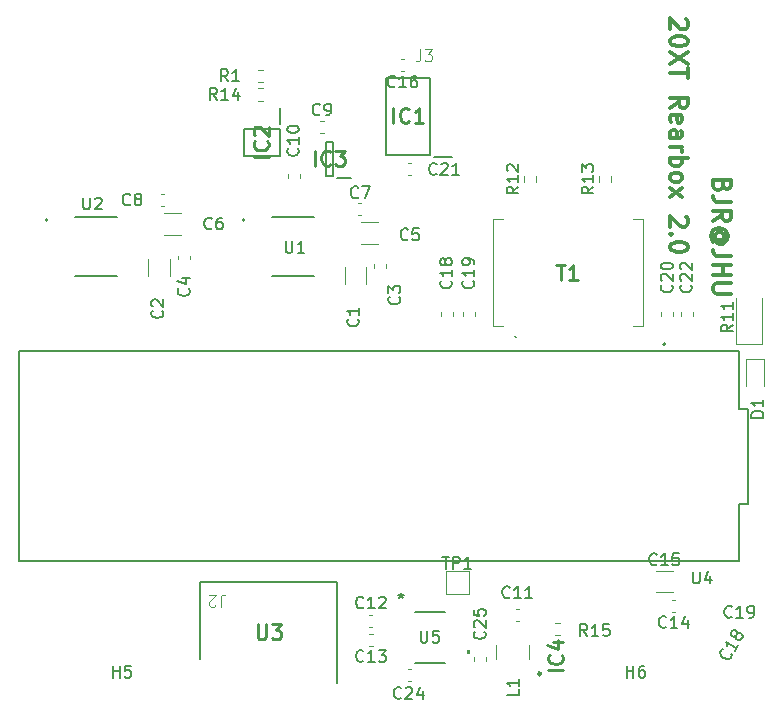
<source format=gbr>
%TF.GenerationSoftware,KiCad,Pcbnew,7.0.6*%
%TF.CreationDate,2024-05-04T22:08:13-04:00*%
%TF.ProjectId,rearbox,72656172-626f-4782-9e6b-696361645f70,rev?*%
%TF.SameCoordinates,Original*%
%TF.FileFunction,Legend,Top*%
%TF.FilePolarity,Positive*%
%FSLAX46Y46*%
G04 Gerber Fmt 4.6, Leading zero omitted, Abs format (unit mm)*
G04 Created by KiCad (PCBNEW 7.0.6) date 2024-05-04 22:08:13*
%MOMM*%
%LPD*%
G01*
G04 APERTURE LIST*
%ADD10C,0.300000*%
%ADD11C,0.150000*%
%ADD12C,0.100000*%
%ADD13C,0.254000*%
%ADD14C,0.120000*%
%ADD15C,0.127000*%
%ADD16C,0.200000*%
%ADD17C,0.152400*%
%ADD18C,0.250000*%
G04 APERTURE END LIST*
D10*
X234766485Y-57645710D02*
X234695057Y-57859996D01*
X234695057Y-57859996D02*
X234623628Y-57931425D01*
X234623628Y-57931425D02*
X234480771Y-58002853D01*
X234480771Y-58002853D02*
X234266485Y-58002853D01*
X234266485Y-58002853D02*
X234123628Y-57931425D01*
X234123628Y-57931425D02*
X234052200Y-57859996D01*
X234052200Y-57859996D02*
X233980771Y-57717139D01*
X233980771Y-57717139D02*
X233980771Y-57145710D01*
X233980771Y-57145710D02*
X235480771Y-57145710D01*
X235480771Y-57145710D02*
X235480771Y-57645710D01*
X235480771Y-57645710D02*
X235409342Y-57788568D01*
X235409342Y-57788568D02*
X235337914Y-57859996D01*
X235337914Y-57859996D02*
X235195057Y-57931425D01*
X235195057Y-57931425D02*
X235052200Y-57931425D01*
X235052200Y-57931425D02*
X234909342Y-57859996D01*
X234909342Y-57859996D02*
X234837914Y-57788568D01*
X234837914Y-57788568D02*
X234766485Y-57645710D01*
X234766485Y-57645710D02*
X234766485Y-57145710D01*
X235480771Y-59074282D02*
X234409342Y-59074282D01*
X234409342Y-59074282D02*
X234195057Y-59002853D01*
X234195057Y-59002853D02*
X234052200Y-58859996D01*
X234052200Y-58859996D02*
X233980771Y-58645710D01*
X233980771Y-58645710D02*
X233980771Y-58502853D01*
X233980771Y-60645710D02*
X234695057Y-60145710D01*
X233980771Y-59788567D02*
X235480771Y-59788567D01*
X235480771Y-59788567D02*
X235480771Y-60359996D01*
X235480771Y-60359996D02*
X235409342Y-60502853D01*
X235409342Y-60502853D02*
X235337914Y-60574282D01*
X235337914Y-60574282D02*
X235195057Y-60645710D01*
X235195057Y-60645710D02*
X234980771Y-60645710D01*
X234980771Y-60645710D02*
X234837914Y-60574282D01*
X234837914Y-60574282D02*
X234766485Y-60502853D01*
X234766485Y-60502853D02*
X234695057Y-60359996D01*
X234695057Y-60359996D02*
X234695057Y-59788567D01*
X234695057Y-62217139D02*
X234766485Y-62145710D01*
X234766485Y-62145710D02*
X234837914Y-62002853D01*
X234837914Y-62002853D02*
X234837914Y-61859996D01*
X234837914Y-61859996D02*
X234766485Y-61717139D01*
X234766485Y-61717139D02*
X234695057Y-61645710D01*
X234695057Y-61645710D02*
X234552200Y-61574282D01*
X234552200Y-61574282D02*
X234409342Y-61574282D01*
X234409342Y-61574282D02*
X234266485Y-61645710D01*
X234266485Y-61645710D02*
X234195057Y-61717139D01*
X234195057Y-61717139D02*
X234123628Y-61859996D01*
X234123628Y-61859996D02*
X234123628Y-62002853D01*
X234123628Y-62002853D02*
X234195057Y-62145710D01*
X234195057Y-62145710D02*
X234266485Y-62217139D01*
X234837914Y-62217139D02*
X234266485Y-62217139D01*
X234266485Y-62217139D02*
X234195057Y-62288567D01*
X234195057Y-62288567D02*
X234195057Y-62359996D01*
X234195057Y-62359996D02*
X234266485Y-62502853D01*
X234266485Y-62502853D02*
X234409342Y-62574282D01*
X234409342Y-62574282D02*
X234766485Y-62574282D01*
X234766485Y-62574282D02*
X234980771Y-62431425D01*
X234980771Y-62431425D02*
X235123628Y-62217139D01*
X235123628Y-62217139D02*
X235195057Y-61931425D01*
X235195057Y-61931425D02*
X235123628Y-61645710D01*
X235123628Y-61645710D02*
X234980771Y-61431425D01*
X234980771Y-61431425D02*
X234766485Y-61288567D01*
X234766485Y-61288567D02*
X234480771Y-61217139D01*
X234480771Y-61217139D02*
X234195057Y-61288567D01*
X234195057Y-61288567D02*
X233980771Y-61431425D01*
X233980771Y-61431425D02*
X233837914Y-61645710D01*
X233837914Y-61645710D02*
X233766485Y-61931425D01*
X233766485Y-61931425D02*
X233837914Y-62217139D01*
X233837914Y-62217139D02*
X233980771Y-62431425D01*
X235480771Y-63645710D02*
X234409342Y-63645710D01*
X234409342Y-63645710D02*
X234195057Y-63574281D01*
X234195057Y-63574281D02*
X234052200Y-63431424D01*
X234052200Y-63431424D02*
X233980771Y-63217138D01*
X233980771Y-63217138D02*
X233980771Y-63074281D01*
X233980771Y-64359995D02*
X235480771Y-64359995D01*
X234766485Y-64359995D02*
X234766485Y-65217138D01*
X233980771Y-65217138D02*
X235480771Y-65217138D01*
X235480771Y-65931424D02*
X234266485Y-65931424D01*
X234266485Y-65931424D02*
X234123628Y-66002853D01*
X234123628Y-66002853D02*
X234052200Y-66074282D01*
X234052200Y-66074282D02*
X233980771Y-66217139D01*
X233980771Y-66217139D02*
X233980771Y-66502853D01*
X233980771Y-66502853D02*
X234052200Y-66645710D01*
X234052200Y-66645710D02*
X234123628Y-66717139D01*
X234123628Y-66717139D02*
X234266485Y-66788567D01*
X234266485Y-66788567D02*
X235480771Y-66788567D01*
D11*
X235526342Y-94136380D02*
X235478723Y-94184000D01*
X235478723Y-94184000D02*
X235335866Y-94231619D01*
X235335866Y-94231619D02*
X235240628Y-94231619D01*
X235240628Y-94231619D02*
X235097771Y-94184000D01*
X235097771Y-94184000D02*
X235002533Y-94088761D01*
X235002533Y-94088761D02*
X234954914Y-93993523D01*
X234954914Y-93993523D02*
X234907295Y-93803047D01*
X234907295Y-93803047D02*
X234907295Y-93660190D01*
X234907295Y-93660190D02*
X234954914Y-93469714D01*
X234954914Y-93469714D02*
X235002533Y-93374476D01*
X235002533Y-93374476D02*
X235097771Y-93279238D01*
X235097771Y-93279238D02*
X235240628Y-93231619D01*
X235240628Y-93231619D02*
X235335866Y-93231619D01*
X235335866Y-93231619D02*
X235478723Y-93279238D01*
X235478723Y-93279238D02*
X235526342Y-93326857D01*
X236478723Y-94231619D02*
X235907295Y-94231619D01*
X236193009Y-94231619D02*
X236193009Y-93231619D01*
X236193009Y-93231619D02*
X236097771Y-93374476D01*
X236097771Y-93374476D02*
X236002533Y-93469714D01*
X236002533Y-93469714D02*
X235907295Y-93517333D01*
X236954914Y-94231619D02*
X237145390Y-94231619D01*
X237145390Y-94231619D02*
X237240628Y-94184000D01*
X237240628Y-94184000D02*
X237288247Y-94136380D01*
X237288247Y-94136380D02*
X237383485Y-93993523D01*
X237383485Y-93993523D02*
X237431104Y-93803047D01*
X237431104Y-93803047D02*
X237431104Y-93422095D01*
X237431104Y-93422095D02*
X237383485Y-93326857D01*
X237383485Y-93326857D02*
X237335866Y-93279238D01*
X237335866Y-93279238D02*
X237240628Y-93231619D01*
X237240628Y-93231619D02*
X237050152Y-93231619D01*
X237050152Y-93231619D02*
X236954914Y-93279238D01*
X236954914Y-93279238D02*
X236907295Y-93326857D01*
X236907295Y-93326857D02*
X236859676Y-93422095D01*
X236859676Y-93422095D02*
X236859676Y-93660190D01*
X236859676Y-93660190D02*
X236907295Y-93755428D01*
X236907295Y-93755428D02*
X236954914Y-93803047D01*
X236954914Y-93803047D02*
X237050152Y-93850666D01*
X237050152Y-93850666D02*
X237240628Y-93850666D01*
X237240628Y-93850666D02*
X237335866Y-93803047D01*
X237335866Y-93803047D02*
X237383485Y-93755428D01*
X237383485Y-93755428D02*
X237431104Y-93660190D01*
D10*
X231680314Y-43561482D02*
X231751742Y-43632910D01*
X231751742Y-43632910D02*
X231823171Y-43775768D01*
X231823171Y-43775768D02*
X231823171Y-44132910D01*
X231823171Y-44132910D02*
X231751742Y-44275768D01*
X231751742Y-44275768D02*
X231680314Y-44347196D01*
X231680314Y-44347196D02*
X231537457Y-44418625D01*
X231537457Y-44418625D02*
X231394600Y-44418625D01*
X231394600Y-44418625D02*
X231180314Y-44347196D01*
X231180314Y-44347196D02*
X230323171Y-43490053D01*
X230323171Y-43490053D02*
X230323171Y-44418625D01*
X231823171Y-45347196D02*
X231823171Y-45490053D01*
X231823171Y-45490053D02*
X231751742Y-45632910D01*
X231751742Y-45632910D02*
X231680314Y-45704339D01*
X231680314Y-45704339D02*
X231537457Y-45775767D01*
X231537457Y-45775767D02*
X231251742Y-45847196D01*
X231251742Y-45847196D02*
X230894600Y-45847196D01*
X230894600Y-45847196D02*
X230608885Y-45775767D01*
X230608885Y-45775767D02*
X230466028Y-45704339D01*
X230466028Y-45704339D02*
X230394600Y-45632910D01*
X230394600Y-45632910D02*
X230323171Y-45490053D01*
X230323171Y-45490053D02*
X230323171Y-45347196D01*
X230323171Y-45347196D02*
X230394600Y-45204339D01*
X230394600Y-45204339D02*
X230466028Y-45132910D01*
X230466028Y-45132910D02*
X230608885Y-45061481D01*
X230608885Y-45061481D02*
X230894600Y-44990053D01*
X230894600Y-44990053D02*
X231251742Y-44990053D01*
X231251742Y-44990053D02*
X231537457Y-45061481D01*
X231537457Y-45061481D02*
X231680314Y-45132910D01*
X231680314Y-45132910D02*
X231751742Y-45204339D01*
X231751742Y-45204339D02*
X231823171Y-45347196D01*
X231823171Y-46347195D02*
X230323171Y-47347195D01*
X231823171Y-47347195D02*
X230323171Y-46347195D01*
X231823171Y-47704338D02*
X231823171Y-48561481D01*
X230323171Y-48132909D02*
X231823171Y-48132909D01*
X230323171Y-51061480D02*
X231037457Y-50561480D01*
X230323171Y-50204337D02*
X231823171Y-50204337D01*
X231823171Y-50204337D02*
X231823171Y-50775766D01*
X231823171Y-50775766D02*
X231751742Y-50918623D01*
X231751742Y-50918623D02*
X231680314Y-50990052D01*
X231680314Y-50990052D02*
X231537457Y-51061480D01*
X231537457Y-51061480D02*
X231323171Y-51061480D01*
X231323171Y-51061480D02*
X231180314Y-50990052D01*
X231180314Y-50990052D02*
X231108885Y-50918623D01*
X231108885Y-50918623D02*
X231037457Y-50775766D01*
X231037457Y-50775766D02*
X231037457Y-50204337D01*
X230394600Y-52275766D02*
X230323171Y-52132909D01*
X230323171Y-52132909D02*
X230323171Y-51847195D01*
X230323171Y-51847195D02*
X230394600Y-51704337D01*
X230394600Y-51704337D02*
X230537457Y-51632909D01*
X230537457Y-51632909D02*
X231108885Y-51632909D01*
X231108885Y-51632909D02*
X231251742Y-51704337D01*
X231251742Y-51704337D02*
X231323171Y-51847195D01*
X231323171Y-51847195D02*
X231323171Y-52132909D01*
X231323171Y-52132909D02*
X231251742Y-52275766D01*
X231251742Y-52275766D02*
X231108885Y-52347195D01*
X231108885Y-52347195D02*
X230966028Y-52347195D01*
X230966028Y-52347195D02*
X230823171Y-51632909D01*
X230323171Y-53632909D02*
X231108885Y-53632909D01*
X231108885Y-53632909D02*
X231251742Y-53561480D01*
X231251742Y-53561480D02*
X231323171Y-53418623D01*
X231323171Y-53418623D02*
X231323171Y-53132909D01*
X231323171Y-53132909D02*
X231251742Y-52990051D01*
X230394600Y-53632909D02*
X230323171Y-53490051D01*
X230323171Y-53490051D02*
X230323171Y-53132909D01*
X230323171Y-53132909D02*
X230394600Y-52990051D01*
X230394600Y-52990051D02*
X230537457Y-52918623D01*
X230537457Y-52918623D02*
X230680314Y-52918623D01*
X230680314Y-52918623D02*
X230823171Y-52990051D01*
X230823171Y-52990051D02*
X230894600Y-53132909D01*
X230894600Y-53132909D02*
X230894600Y-53490051D01*
X230894600Y-53490051D02*
X230966028Y-53632909D01*
X230323171Y-54347194D02*
X231323171Y-54347194D01*
X231037457Y-54347194D02*
X231180314Y-54418623D01*
X231180314Y-54418623D02*
X231251742Y-54490052D01*
X231251742Y-54490052D02*
X231323171Y-54632909D01*
X231323171Y-54632909D02*
X231323171Y-54775766D01*
X230323171Y-55275765D02*
X231823171Y-55275765D01*
X231251742Y-55275765D02*
X231323171Y-55418623D01*
X231323171Y-55418623D02*
X231323171Y-55704337D01*
X231323171Y-55704337D02*
X231251742Y-55847194D01*
X231251742Y-55847194D02*
X231180314Y-55918623D01*
X231180314Y-55918623D02*
X231037457Y-55990051D01*
X231037457Y-55990051D02*
X230608885Y-55990051D01*
X230608885Y-55990051D02*
X230466028Y-55918623D01*
X230466028Y-55918623D02*
X230394600Y-55847194D01*
X230394600Y-55847194D02*
X230323171Y-55704337D01*
X230323171Y-55704337D02*
X230323171Y-55418623D01*
X230323171Y-55418623D02*
X230394600Y-55275765D01*
X230323171Y-56847194D02*
X230394600Y-56704337D01*
X230394600Y-56704337D02*
X230466028Y-56632908D01*
X230466028Y-56632908D02*
X230608885Y-56561480D01*
X230608885Y-56561480D02*
X231037457Y-56561480D01*
X231037457Y-56561480D02*
X231180314Y-56632908D01*
X231180314Y-56632908D02*
X231251742Y-56704337D01*
X231251742Y-56704337D02*
X231323171Y-56847194D01*
X231323171Y-56847194D02*
X231323171Y-57061480D01*
X231323171Y-57061480D02*
X231251742Y-57204337D01*
X231251742Y-57204337D02*
X231180314Y-57275766D01*
X231180314Y-57275766D02*
X231037457Y-57347194D01*
X231037457Y-57347194D02*
X230608885Y-57347194D01*
X230608885Y-57347194D02*
X230466028Y-57275766D01*
X230466028Y-57275766D02*
X230394600Y-57204337D01*
X230394600Y-57204337D02*
X230323171Y-57061480D01*
X230323171Y-57061480D02*
X230323171Y-56847194D01*
X230323171Y-57847194D02*
X231323171Y-58632909D01*
X231323171Y-57847194D02*
X230323171Y-58632909D01*
X231680314Y-60275766D02*
X231751742Y-60347194D01*
X231751742Y-60347194D02*
X231823171Y-60490052D01*
X231823171Y-60490052D02*
X231823171Y-60847194D01*
X231823171Y-60847194D02*
X231751742Y-60990052D01*
X231751742Y-60990052D02*
X231680314Y-61061480D01*
X231680314Y-61061480D02*
X231537457Y-61132909D01*
X231537457Y-61132909D02*
X231394600Y-61132909D01*
X231394600Y-61132909D02*
X231180314Y-61061480D01*
X231180314Y-61061480D02*
X230323171Y-60204337D01*
X230323171Y-60204337D02*
X230323171Y-61132909D01*
X230466028Y-61775765D02*
X230394600Y-61847194D01*
X230394600Y-61847194D02*
X230323171Y-61775765D01*
X230323171Y-61775765D02*
X230394600Y-61704337D01*
X230394600Y-61704337D02*
X230466028Y-61775765D01*
X230466028Y-61775765D02*
X230323171Y-61775765D01*
X231823171Y-62775766D02*
X231823171Y-62918623D01*
X231823171Y-62918623D02*
X231751742Y-63061480D01*
X231751742Y-63061480D02*
X231680314Y-63132909D01*
X231680314Y-63132909D02*
X231537457Y-63204337D01*
X231537457Y-63204337D02*
X231251742Y-63275766D01*
X231251742Y-63275766D02*
X230894600Y-63275766D01*
X230894600Y-63275766D02*
X230608885Y-63204337D01*
X230608885Y-63204337D02*
X230466028Y-63132909D01*
X230466028Y-63132909D02*
X230394600Y-63061480D01*
X230394600Y-63061480D02*
X230323171Y-62918623D01*
X230323171Y-62918623D02*
X230323171Y-62775766D01*
X230323171Y-62775766D02*
X230394600Y-62632909D01*
X230394600Y-62632909D02*
X230466028Y-62561480D01*
X230466028Y-62561480D02*
X230608885Y-62490051D01*
X230608885Y-62490051D02*
X230894600Y-62418623D01*
X230894600Y-62418623D02*
X231251742Y-62418623D01*
X231251742Y-62418623D02*
X231537457Y-62490051D01*
X231537457Y-62490051D02*
X231680314Y-62561480D01*
X231680314Y-62561480D02*
X231751742Y-62632909D01*
X231751742Y-62632909D02*
X231823171Y-62775766D01*
D11*
X235498777Y-97307321D02*
X235516207Y-97372369D01*
X235516207Y-97372369D02*
X235486018Y-97519897D01*
X235486018Y-97519897D02*
X235438399Y-97602376D01*
X235438399Y-97602376D02*
X235325731Y-97702284D01*
X235325731Y-97702284D02*
X235195633Y-97737143D01*
X235195633Y-97737143D02*
X235089345Y-97730764D01*
X235089345Y-97730764D02*
X234900578Y-97676765D01*
X234900578Y-97676765D02*
X234776860Y-97605336D01*
X234776860Y-97605336D02*
X234635713Y-97468859D01*
X234635713Y-97468859D02*
X234577044Y-97380001D01*
X234577044Y-97380001D02*
X234542184Y-97249903D01*
X234542184Y-97249903D02*
X234572373Y-97102376D01*
X234572373Y-97102376D02*
X234619992Y-97019897D01*
X234619992Y-97019897D02*
X234732660Y-96919989D01*
X234732660Y-96919989D02*
X234797709Y-96902559D01*
X236057446Y-96530154D02*
X235771732Y-97025025D01*
X235914589Y-96777589D02*
X235048564Y-96277589D01*
X235048564Y-96277589D02*
X235124663Y-96431497D01*
X235124663Y-96431497D02*
X235159522Y-96561594D01*
X235159522Y-96561594D02*
X235153142Y-96667882D01*
X235848289Y-95749568D02*
X235759431Y-95808237D01*
X235759431Y-95808237D02*
X235694382Y-95825666D01*
X235694382Y-95825666D02*
X235588094Y-95819287D01*
X235588094Y-95819287D02*
X235546854Y-95795477D01*
X235546854Y-95795477D02*
X235488185Y-95706619D01*
X235488185Y-95706619D02*
X235470755Y-95641570D01*
X235470755Y-95641570D02*
X235477135Y-95535282D01*
X235477135Y-95535282D02*
X235572373Y-95370325D01*
X235572373Y-95370325D02*
X235661232Y-95311656D01*
X235661232Y-95311656D02*
X235726280Y-95294226D01*
X235726280Y-95294226D02*
X235832569Y-95300606D01*
X235832569Y-95300606D02*
X235873808Y-95324415D01*
X235873808Y-95324415D02*
X235932477Y-95413273D01*
X235932477Y-95413273D02*
X235949907Y-95478322D01*
X235949907Y-95478322D02*
X235943527Y-95584610D01*
X235943527Y-95584610D02*
X235848289Y-95749568D01*
X235848289Y-95749568D02*
X235841909Y-95855856D01*
X235841909Y-95855856D02*
X235859339Y-95920905D01*
X235859339Y-95920905D02*
X235918008Y-96009763D01*
X235918008Y-96009763D02*
X236082965Y-96105001D01*
X236082965Y-96105001D02*
X236189253Y-96111381D01*
X236189253Y-96111381D02*
X236254302Y-96093951D01*
X236254302Y-96093951D02*
X236343161Y-96035282D01*
X236343161Y-96035282D02*
X236438399Y-95870325D01*
X236438399Y-95870325D02*
X236444778Y-95764037D01*
X236444778Y-95764037D02*
X236427349Y-95698988D01*
X236427349Y-95698988D02*
X236368680Y-95610129D01*
X236368680Y-95610129D02*
X236203722Y-95514891D01*
X236203722Y-95514891D02*
X236097434Y-95508512D01*
X236097434Y-95508512D02*
X236032385Y-95525941D01*
X236032385Y-95525941D02*
X235943527Y-95584610D01*
X226633495Y-99300819D02*
X226633495Y-98300819D01*
X226633495Y-98777009D02*
X227204923Y-98777009D01*
X227204923Y-99300819D02*
X227204923Y-98300819D01*
X228109685Y-98300819D02*
X227919209Y-98300819D01*
X227919209Y-98300819D02*
X227823971Y-98348438D01*
X227823971Y-98348438D02*
X227776352Y-98396057D01*
X227776352Y-98396057D02*
X227681114Y-98538914D01*
X227681114Y-98538914D02*
X227633495Y-98729390D01*
X227633495Y-98729390D02*
X227633495Y-99110342D01*
X227633495Y-99110342D02*
X227681114Y-99205580D01*
X227681114Y-99205580D02*
X227728733Y-99253200D01*
X227728733Y-99253200D02*
X227823971Y-99300819D01*
X227823971Y-99300819D02*
X228014447Y-99300819D01*
X228014447Y-99300819D02*
X228109685Y-99253200D01*
X228109685Y-99253200D02*
X228157304Y-99205580D01*
X228157304Y-99205580D02*
X228204923Y-99110342D01*
X228204923Y-99110342D02*
X228204923Y-98872247D01*
X228204923Y-98872247D02*
X228157304Y-98777009D01*
X228157304Y-98777009D02*
X228109685Y-98729390D01*
X228109685Y-98729390D02*
X228014447Y-98681771D01*
X228014447Y-98681771D02*
X227823971Y-98681771D01*
X227823971Y-98681771D02*
X227728733Y-98729390D01*
X227728733Y-98729390D02*
X227681114Y-98777009D01*
X227681114Y-98777009D02*
X227633495Y-98872247D01*
X183133495Y-99300819D02*
X183133495Y-98300819D01*
X183133495Y-98777009D02*
X183704923Y-98777009D01*
X183704923Y-99300819D02*
X183704923Y-98300819D01*
X184657304Y-98300819D02*
X184181114Y-98300819D01*
X184181114Y-98300819D02*
X184133495Y-98777009D01*
X184133495Y-98777009D02*
X184181114Y-98729390D01*
X184181114Y-98729390D02*
X184276352Y-98681771D01*
X184276352Y-98681771D02*
X184514447Y-98681771D01*
X184514447Y-98681771D02*
X184609685Y-98729390D01*
X184609685Y-98729390D02*
X184657304Y-98777009D01*
X184657304Y-98777009D02*
X184704923Y-98872247D01*
X184704923Y-98872247D02*
X184704923Y-99110342D01*
X184704923Y-99110342D02*
X184657304Y-99205580D01*
X184657304Y-99205580D02*
X184609685Y-99253200D01*
X184609685Y-99253200D02*
X184514447Y-99300819D01*
X184514447Y-99300819D02*
X184276352Y-99300819D01*
X184276352Y-99300819D02*
X184181114Y-99253200D01*
X184181114Y-99253200D02*
X184133495Y-99205580D01*
D12*
X192242033Y-93292080D02*
X192242033Y-92577795D01*
X192242033Y-92577795D02*
X192289652Y-92434938D01*
X192289652Y-92434938D02*
X192384890Y-92339700D01*
X192384890Y-92339700D02*
X192527747Y-92292080D01*
X192527747Y-92292080D02*
X192622985Y-92292080D01*
X191813461Y-93196842D02*
X191765842Y-93244461D01*
X191765842Y-93244461D02*
X191670604Y-93292080D01*
X191670604Y-93292080D02*
X191432509Y-93292080D01*
X191432509Y-93292080D02*
X191337271Y-93244461D01*
X191337271Y-93244461D02*
X191289652Y-93196842D01*
X191289652Y-93196842D02*
X191242033Y-93101604D01*
X191242033Y-93101604D02*
X191242033Y-93006366D01*
X191242033Y-93006366D02*
X191289652Y-92863509D01*
X191289652Y-92863509D02*
X191861080Y-92292080D01*
X191861080Y-92292080D02*
X191242033Y-92292080D01*
D11*
X217472419Y-100293466D02*
X217472419Y-100769656D01*
X217472419Y-100769656D02*
X216472419Y-100769656D01*
X217472419Y-99436323D02*
X217472419Y-100007751D01*
X217472419Y-99722037D02*
X216472419Y-99722037D01*
X216472419Y-99722037D02*
X216615276Y-99817275D01*
X216615276Y-99817275D02*
X216710514Y-99912513D01*
X216710514Y-99912513D02*
X216758133Y-100007751D01*
X203896933Y-58627180D02*
X203849314Y-58674800D01*
X203849314Y-58674800D02*
X203706457Y-58722419D01*
X203706457Y-58722419D02*
X203611219Y-58722419D01*
X203611219Y-58722419D02*
X203468362Y-58674800D01*
X203468362Y-58674800D02*
X203373124Y-58579561D01*
X203373124Y-58579561D02*
X203325505Y-58484323D01*
X203325505Y-58484323D02*
X203277886Y-58293847D01*
X203277886Y-58293847D02*
X203277886Y-58150990D01*
X203277886Y-58150990D02*
X203325505Y-57960514D01*
X203325505Y-57960514D02*
X203373124Y-57865276D01*
X203373124Y-57865276D02*
X203468362Y-57770038D01*
X203468362Y-57770038D02*
X203611219Y-57722419D01*
X203611219Y-57722419D02*
X203706457Y-57722419D01*
X203706457Y-57722419D02*
X203849314Y-57770038D01*
X203849314Y-57770038D02*
X203896933Y-57817657D01*
X204230267Y-57722419D02*
X204896933Y-57722419D01*
X204896933Y-57722419D02*
X204468362Y-58722419D01*
X191939942Y-50391219D02*
X191606609Y-49915028D01*
X191368514Y-50391219D02*
X191368514Y-49391219D01*
X191368514Y-49391219D02*
X191749466Y-49391219D01*
X191749466Y-49391219D02*
X191844704Y-49438838D01*
X191844704Y-49438838D02*
X191892323Y-49486457D01*
X191892323Y-49486457D02*
X191939942Y-49581695D01*
X191939942Y-49581695D02*
X191939942Y-49724552D01*
X191939942Y-49724552D02*
X191892323Y-49819790D01*
X191892323Y-49819790D02*
X191844704Y-49867409D01*
X191844704Y-49867409D02*
X191749466Y-49915028D01*
X191749466Y-49915028D02*
X191368514Y-49915028D01*
X192892323Y-50391219D02*
X192320895Y-50391219D01*
X192606609Y-50391219D02*
X192606609Y-49391219D01*
X192606609Y-49391219D02*
X192511371Y-49534076D01*
X192511371Y-49534076D02*
X192416133Y-49629314D01*
X192416133Y-49629314D02*
X192320895Y-49676933D01*
X193749466Y-49724552D02*
X193749466Y-50391219D01*
X193511371Y-49343600D02*
X193273276Y-50057885D01*
X193273276Y-50057885D02*
X193892323Y-50057885D01*
X210532742Y-56645980D02*
X210485123Y-56693600D01*
X210485123Y-56693600D02*
X210342266Y-56741219D01*
X210342266Y-56741219D02*
X210247028Y-56741219D01*
X210247028Y-56741219D02*
X210104171Y-56693600D01*
X210104171Y-56693600D02*
X210008933Y-56598361D01*
X210008933Y-56598361D02*
X209961314Y-56503123D01*
X209961314Y-56503123D02*
X209913695Y-56312647D01*
X209913695Y-56312647D02*
X209913695Y-56169790D01*
X209913695Y-56169790D02*
X209961314Y-55979314D01*
X209961314Y-55979314D02*
X210008933Y-55884076D01*
X210008933Y-55884076D02*
X210104171Y-55788838D01*
X210104171Y-55788838D02*
X210247028Y-55741219D01*
X210247028Y-55741219D02*
X210342266Y-55741219D01*
X210342266Y-55741219D02*
X210485123Y-55788838D01*
X210485123Y-55788838D02*
X210532742Y-55836457D01*
X210913695Y-55836457D02*
X210961314Y-55788838D01*
X210961314Y-55788838D02*
X211056552Y-55741219D01*
X211056552Y-55741219D02*
X211294647Y-55741219D01*
X211294647Y-55741219D02*
X211389885Y-55788838D01*
X211389885Y-55788838D02*
X211437504Y-55836457D01*
X211437504Y-55836457D02*
X211485123Y-55931695D01*
X211485123Y-55931695D02*
X211485123Y-56026933D01*
X211485123Y-56026933D02*
X211437504Y-56169790D01*
X211437504Y-56169790D02*
X210866076Y-56741219D01*
X210866076Y-56741219D02*
X211485123Y-56741219D01*
X212437504Y-56741219D02*
X211866076Y-56741219D01*
X212151790Y-56741219D02*
X212151790Y-55741219D01*
X212151790Y-55741219D02*
X212056552Y-55884076D01*
X212056552Y-55884076D02*
X211961314Y-55979314D01*
X211961314Y-55979314D02*
X211866076Y-56026933D01*
X207369580Y-67070266D02*
X207417200Y-67117885D01*
X207417200Y-67117885D02*
X207464819Y-67260742D01*
X207464819Y-67260742D02*
X207464819Y-67355980D01*
X207464819Y-67355980D02*
X207417200Y-67498837D01*
X207417200Y-67498837D02*
X207321961Y-67594075D01*
X207321961Y-67594075D02*
X207226723Y-67641694D01*
X207226723Y-67641694D02*
X207036247Y-67689313D01*
X207036247Y-67689313D02*
X206893390Y-67689313D01*
X206893390Y-67689313D02*
X206702914Y-67641694D01*
X206702914Y-67641694D02*
X206607676Y-67594075D01*
X206607676Y-67594075D02*
X206512438Y-67498837D01*
X206512438Y-67498837D02*
X206464819Y-67355980D01*
X206464819Y-67355980D02*
X206464819Y-67260742D01*
X206464819Y-67260742D02*
X206512438Y-67117885D01*
X206512438Y-67117885D02*
X206560057Y-67070266D01*
X206464819Y-66736932D02*
X206464819Y-66117885D01*
X206464819Y-66117885D02*
X206845771Y-66451218D01*
X206845771Y-66451218D02*
X206845771Y-66308361D01*
X206845771Y-66308361D02*
X206893390Y-66213123D01*
X206893390Y-66213123D02*
X206941009Y-66165504D01*
X206941009Y-66165504D02*
X207036247Y-66117885D01*
X207036247Y-66117885D02*
X207274342Y-66117885D01*
X207274342Y-66117885D02*
X207369580Y-66165504D01*
X207369580Y-66165504D02*
X207417200Y-66213123D01*
X207417200Y-66213123D02*
X207464819Y-66308361D01*
X207464819Y-66308361D02*
X207464819Y-66594075D01*
X207464819Y-66594075D02*
X207417200Y-66689313D01*
X207417200Y-66689313D02*
X207369580Y-66736932D01*
X208113333Y-62183180D02*
X208065714Y-62230800D01*
X208065714Y-62230800D02*
X207922857Y-62278419D01*
X207922857Y-62278419D02*
X207827619Y-62278419D01*
X207827619Y-62278419D02*
X207684762Y-62230800D01*
X207684762Y-62230800D02*
X207589524Y-62135561D01*
X207589524Y-62135561D02*
X207541905Y-62040323D01*
X207541905Y-62040323D02*
X207494286Y-61849847D01*
X207494286Y-61849847D02*
X207494286Y-61706990D01*
X207494286Y-61706990D02*
X207541905Y-61516514D01*
X207541905Y-61516514D02*
X207589524Y-61421276D01*
X207589524Y-61421276D02*
X207684762Y-61326038D01*
X207684762Y-61326038D02*
X207827619Y-61278419D01*
X207827619Y-61278419D02*
X207922857Y-61278419D01*
X207922857Y-61278419D02*
X208065714Y-61326038D01*
X208065714Y-61326038D02*
X208113333Y-61373657D01*
X209018095Y-61278419D02*
X208541905Y-61278419D01*
X208541905Y-61278419D02*
X208494286Y-61754609D01*
X208494286Y-61754609D02*
X208541905Y-61706990D01*
X208541905Y-61706990D02*
X208637143Y-61659371D01*
X208637143Y-61659371D02*
X208875238Y-61659371D01*
X208875238Y-61659371D02*
X208970476Y-61706990D01*
X208970476Y-61706990D02*
X209018095Y-61754609D01*
X209018095Y-61754609D02*
X209065714Y-61849847D01*
X209065714Y-61849847D02*
X209065714Y-62087942D01*
X209065714Y-62087942D02*
X209018095Y-62183180D01*
X209018095Y-62183180D02*
X208970476Y-62230800D01*
X208970476Y-62230800D02*
X208875238Y-62278419D01*
X208875238Y-62278419D02*
X208637143Y-62278419D01*
X208637143Y-62278419D02*
X208541905Y-62230800D01*
X208541905Y-62230800D02*
X208494286Y-62183180D01*
X203864380Y-68949866D02*
X203912000Y-68997485D01*
X203912000Y-68997485D02*
X203959619Y-69140342D01*
X203959619Y-69140342D02*
X203959619Y-69235580D01*
X203959619Y-69235580D02*
X203912000Y-69378437D01*
X203912000Y-69378437D02*
X203816761Y-69473675D01*
X203816761Y-69473675D02*
X203721523Y-69521294D01*
X203721523Y-69521294D02*
X203531047Y-69568913D01*
X203531047Y-69568913D02*
X203388190Y-69568913D01*
X203388190Y-69568913D02*
X203197714Y-69521294D01*
X203197714Y-69521294D02*
X203102476Y-69473675D01*
X203102476Y-69473675D02*
X203007238Y-69378437D01*
X203007238Y-69378437D02*
X202959619Y-69235580D01*
X202959619Y-69235580D02*
X202959619Y-69140342D01*
X202959619Y-69140342D02*
X203007238Y-68997485D01*
X203007238Y-68997485D02*
X203054857Y-68949866D01*
X203959619Y-67997485D02*
X203959619Y-68568913D01*
X203959619Y-68283199D02*
X202959619Y-68283199D01*
X202959619Y-68283199D02*
X203102476Y-68378437D01*
X203102476Y-68378437D02*
X203197714Y-68473675D01*
X203197714Y-68473675D02*
X203245333Y-68568913D01*
X204335142Y-93351581D02*
X204287523Y-93399201D01*
X204287523Y-93399201D02*
X204144666Y-93446820D01*
X204144666Y-93446820D02*
X204049428Y-93446820D01*
X204049428Y-93446820D02*
X203906571Y-93399201D01*
X203906571Y-93399201D02*
X203811333Y-93303962D01*
X203811333Y-93303962D02*
X203763714Y-93208724D01*
X203763714Y-93208724D02*
X203716095Y-93018248D01*
X203716095Y-93018248D02*
X203716095Y-92875391D01*
X203716095Y-92875391D02*
X203763714Y-92684915D01*
X203763714Y-92684915D02*
X203811333Y-92589677D01*
X203811333Y-92589677D02*
X203906571Y-92494439D01*
X203906571Y-92494439D02*
X204049428Y-92446820D01*
X204049428Y-92446820D02*
X204144666Y-92446820D01*
X204144666Y-92446820D02*
X204287523Y-92494439D01*
X204287523Y-92494439D02*
X204335142Y-92542058D01*
X205287523Y-93446820D02*
X204716095Y-93446820D01*
X205001809Y-93446820D02*
X205001809Y-92446820D01*
X205001809Y-92446820D02*
X204906571Y-92589677D01*
X204906571Y-92589677D02*
X204811333Y-92684915D01*
X204811333Y-92684915D02*
X204716095Y-92732534D01*
X205668476Y-92542058D02*
X205716095Y-92494439D01*
X205716095Y-92494439D02*
X205811333Y-92446820D01*
X205811333Y-92446820D02*
X206049428Y-92446820D01*
X206049428Y-92446820D02*
X206144666Y-92494439D01*
X206144666Y-92494439D02*
X206192285Y-92542058D01*
X206192285Y-92542058D02*
X206239904Y-92637296D01*
X206239904Y-92637296D02*
X206239904Y-92732534D01*
X206239904Y-92732534D02*
X206192285Y-92875391D01*
X206192285Y-92875391D02*
X205620857Y-93446820D01*
X205620857Y-93446820D02*
X206239904Y-93446820D01*
X198784380Y-54490857D02*
X198832000Y-54538476D01*
X198832000Y-54538476D02*
X198879619Y-54681333D01*
X198879619Y-54681333D02*
X198879619Y-54776571D01*
X198879619Y-54776571D02*
X198832000Y-54919428D01*
X198832000Y-54919428D02*
X198736761Y-55014666D01*
X198736761Y-55014666D02*
X198641523Y-55062285D01*
X198641523Y-55062285D02*
X198451047Y-55109904D01*
X198451047Y-55109904D02*
X198308190Y-55109904D01*
X198308190Y-55109904D02*
X198117714Y-55062285D01*
X198117714Y-55062285D02*
X198022476Y-55014666D01*
X198022476Y-55014666D02*
X197927238Y-54919428D01*
X197927238Y-54919428D02*
X197879619Y-54776571D01*
X197879619Y-54776571D02*
X197879619Y-54681333D01*
X197879619Y-54681333D02*
X197927238Y-54538476D01*
X197927238Y-54538476D02*
X197974857Y-54490857D01*
X198879619Y-53538476D02*
X198879619Y-54109904D01*
X198879619Y-53824190D02*
X197879619Y-53824190D01*
X197879619Y-53824190D02*
X198022476Y-53919428D01*
X198022476Y-53919428D02*
X198117714Y-54014666D01*
X198117714Y-54014666D02*
X198165333Y-54109904D01*
X197879619Y-52919428D02*
X197879619Y-52824190D01*
X197879619Y-52824190D02*
X197927238Y-52728952D01*
X197927238Y-52728952D02*
X197974857Y-52681333D01*
X197974857Y-52681333D02*
X198070095Y-52633714D01*
X198070095Y-52633714D02*
X198260571Y-52586095D01*
X198260571Y-52586095D02*
X198498666Y-52586095D01*
X198498666Y-52586095D02*
X198689142Y-52633714D01*
X198689142Y-52633714D02*
X198784380Y-52681333D01*
X198784380Y-52681333D02*
X198832000Y-52728952D01*
X198832000Y-52728952D02*
X198879619Y-52824190D01*
X198879619Y-52824190D02*
X198879619Y-52919428D01*
X198879619Y-52919428D02*
X198832000Y-53014666D01*
X198832000Y-53014666D02*
X198784380Y-53062285D01*
X198784380Y-53062285D02*
X198689142Y-53109904D01*
X198689142Y-53109904D02*
X198498666Y-53157523D01*
X198498666Y-53157523D02*
X198260571Y-53157523D01*
X198260571Y-53157523D02*
X198070095Y-53109904D01*
X198070095Y-53109904D02*
X197974857Y-53062285D01*
X197974857Y-53062285D02*
X197927238Y-53014666D01*
X197927238Y-53014666D02*
X197879619Y-52919428D01*
X197764495Y-62345219D02*
X197764495Y-63154742D01*
X197764495Y-63154742D02*
X197812114Y-63249980D01*
X197812114Y-63249980D02*
X197859733Y-63297600D01*
X197859733Y-63297600D02*
X197954971Y-63345219D01*
X197954971Y-63345219D02*
X198145447Y-63345219D01*
X198145447Y-63345219D02*
X198240685Y-63297600D01*
X198240685Y-63297600D02*
X198288304Y-63249980D01*
X198288304Y-63249980D02*
X198335923Y-63154742D01*
X198335923Y-63154742D02*
X198335923Y-62345219D01*
X199335923Y-63345219D02*
X198764495Y-63345219D01*
X199050209Y-63345219D02*
X199050209Y-62345219D01*
X199050209Y-62345219D02*
X198954971Y-62488076D01*
X198954971Y-62488076D02*
X198859733Y-62583314D01*
X198859733Y-62583314D02*
X198764495Y-62630933D01*
X230432780Y-66073257D02*
X230480400Y-66120876D01*
X230480400Y-66120876D02*
X230528019Y-66263733D01*
X230528019Y-66263733D02*
X230528019Y-66358971D01*
X230528019Y-66358971D02*
X230480400Y-66501828D01*
X230480400Y-66501828D02*
X230385161Y-66597066D01*
X230385161Y-66597066D02*
X230289923Y-66644685D01*
X230289923Y-66644685D02*
X230099447Y-66692304D01*
X230099447Y-66692304D02*
X229956590Y-66692304D01*
X229956590Y-66692304D02*
X229766114Y-66644685D01*
X229766114Y-66644685D02*
X229670876Y-66597066D01*
X229670876Y-66597066D02*
X229575638Y-66501828D01*
X229575638Y-66501828D02*
X229528019Y-66358971D01*
X229528019Y-66358971D02*
X229528019Y-66263733D01*
X229528019Y-66263733D02*
X229575638Y-66120876D01*
X229575638Y-66120876D02*
X229623257Y-66073257D01*
X229623257Y-65692304D02*
X229575638Y-65644685D01*
X229575638Y-65644685D02*
X229528019Y-65549447D01*
X229528019Y-65549447D02*
X229528019Y-65311352D01*
X229528019Y-65311352D02*
X229575638Y-65216114D01*
X229575638Y-65216114D02*
X229623257Y-65168495D01*
X229623257Y-65168495D02*
X229718495Y-65120876D01*
X229718495Y-65120876D02*
X229813733Y-65120876D01*
X229813733Y-65120876D02*
X229956590Y-65168495D01*
X229956590Y-65168495D02*
X230528019Y-65739923D01*
X230528019Y-65739923D02*
X230528019Y-65120876D01*
X229528019Y-64501828D02*
X229528019Y-64406590D01*
X229528019Y-64406590D02*
X229575638Y-64311352D01*
X229575638Y-64311352D02*
X229623257Y-64263733D01*
X229623257Y-64263733D02*
X229718495Y-64216114D01*
X229718495Y-64216114D02*
X229908971Y-64168495D01*
X229908971Y-64168495D02*
X230147066Y-64168495D01*
X230147066Y-64168495D02*
X230337542Y-64216114D01*
X230337542Y-64216114D02*
X230432780Y-64263733D01*
X230432780Y-64263733D02*
X230480400Y-64311352D01*
X230480400Y-64311352D02*
X230528019Y-64406590D01*
X230528019Y-64406590D02*
X230528019Y-64501828D01*
X230528019Y-64501828D02*
X230480400Y-64597066D01*
X230480400Y-64597066D02*
X230432780Y-64644685D01*
X230432780Y-64644685D02*
X230337542Y-64692304D01*
X230337542Y-64692304D02*
X230147066Y-64739923D01*
X230147066Y-64739923D02*
X229908971Y-64739923D01*
X229908971Y-64739923D02*
X229718495Y-64692304D01*
X229718495Y-64692304D02*
X229623257Y-64644685D01*
X229623257Y-64644685D02*
X229575638Y-64597066D01*
X229575638Y-64597066D02*
X229528019Y-64501828D01*
X191501733Y-61268780D02*
X191454114Y-61316400D01*
X191454114Y-61316400D02*
X191311257Y-61364019D01*
X191311257Y-61364019D02*
X191216019Y-61364019D01*
X191216019Y-61364019D02*
X191073162Y-61316400D01*
X191073162Y-61316400D02*
X190977924Y-61221161D01*
X190977924Y-61221161D02*
X190930305Y-61125923D01*
X190930305Y-61125923D02*
X190882686Y-60935447D01*
X190882686Y-60935447D02*
X190882686Y-60792590D01*
X190882686Y-60792590D02*
X190930305Y-60602114D01*
X190930305Y-60602114D02*
X190977924Y-60506876D01*
X190977924Y-60506876D02*
X191073162Y-60411638D01*
X191073162Y-60411638D02*
X191216019Y-60364019D01*
X191216019Y-60364019D02*
X191311257Y-60364019D01*
X191311257Y-60364019D02*
X191454114Y-60411638D01*
X191454114Y-60411638D02*
X191501733Y-60459257D01*
X192358876Y-60364019D02*
X192168400Y-60364019D01*
X192168400Y-60364019D02*
X192073162Y-60411638D01*
X192073162Y-60411638D02*
X192025543Y-60459257D01*
X192025543Y-60459257D02*
X191930305Y-60602114D01*
X191930305Y-60602114D02*
X191882686Y-60792590D01*
X191882686Y-60792590D02*
X191882686Y-61173542D01*
X191882686Y-61173542D02*
X191930305Y-61268780D01*
X191930305Y-61268780D02*
X191977924Y-61316400D01*
X191977924Y-61316400D02*
X192073162Y-61364019D01*
X192073162Y-61364019D02*
X192263638Y-61364019D01*
X192263638Y-61364019D02*
X192358876Y-61316400D01*
X192358876Y-61316400D02*
X192406495Y-61268780D01*
X192406495Y-61268780D02*
X192454114Y-61173542D01*
X192454114Y-61173542D02*
X192454114Y-60935447D01*
X192454114Y-60935447D02*
X192406495Y-60840209D01*
X192406495Y-60840209D02*
X192358876Y-60792590D01*
X192358876Y-60792590D02*
X192263638Y-60744971D01*
X192263638Y-60744971D02*
X192073162Y-60744971D01*
X192073162Y-60744971D02*
X191977924Y-60792590D01*
X191977924Y-60792590D02*
X191930305Y-60840209D01*
X191930305Y-60840209D02*
X191882686Y-60935447D01*
D13*
X200213037Y-55946318D02*
X200213037Y-54676318D01*
X201543514Y-55825365D02*
X201483038Y-55885842D01*
X201483038Y-55885842D02*
X201301609Y-55946318D01*
X201301609Y-55946318D02*
X201180657Y-55946318D01*
X201180657Y-55946318D02*
X200999228Y-55885842D01*
X200999228Y-55885842D02*
X200878276Y-55764889D01*
X200878276Y-55764889D02*
X200817799Y-55643937D01*
X200817799Y-55643937D02*
X200757323Y-55402032D01*
X200757323Y-55402032D02*
X200757323Y-55220603D01*
X200757323Y-55220603D02*
X200817799Y-54978699D01*
X200817799Y-54978699D02*
X200878276Y-54857746D01*
X200878276Y-54857746D02*
X200999228Y-54736794D01*
X200999228Y-54736794D02*
X201180657Y-54676318D01*
X201180657Y-54676318D02*
X201301609Y-54676318D01*
X201301609Y-54676318D02*
X201483038Y-54736794D01*
X201483038Y-54736794D02*
X201543514Y-54797270D01*
X201966847Y-54676318D02*
X202753038Y-54676318D01*
X202753038Y-54676318D02*
X202329704Y-55160127D01*
X202329704Y-55160127D02*
X202511133Y-55160127D01*
X202511133Y-55160127D02*
X202632085Y-55220603D01*
X202632085Y-55220603D02*
X202692561Y-55281080D01*
X202692561Y-55281080D02*
X202753038Y-55402032D01*
X202753038Y-55402032D02*
X202753038Y-55704413D01*
X202753038Y-55704413D02*
X202692561Y-55825365D01*
X202692561Y-55825365D02*
X202632085Y-55885842D01*
X202632085Y-55885842D02*
X202511133Y-55946318D01*
X202511133Y-55946318D02*
X202148276Y-55946318D01*
X202148276Y-55946318D02*
X202027323Y-55885842D01*
X202027323Y-55885842D02*
X201966847Y-55825365D01*
D11*
X187303580Y-68238666D02*
X187351200Y-68286285D01*
X187351200Y-68286285D02*
X187398819Y-68429142D01*
X187398819Y-68429142D02*
X187398819Y-68524380D01*
X187398819Y-68524380D02*
X187351200Y-68667237D01*
X187351200Y-68667237D02*
X187255961Y-68762475D01*
X187255961Y-68762475D02*
X187160723Y-68810094D01*
X187160723Y-68810094D02*
X186970247Y-68857713D01*
X186970247Y-68857713D02*
X186827390Y-68857713D01*
X186827390Y-68857713D02*
X186636914Y-68810094D01*
X186636914Y-68810094D02*
X186541676Y-68762475D01*
X186541676Y-68762475D02*
X186446438Y-68667237D01*
X186446438Y-68667237D02*
X186398819Y-68524380D01*
X186398819Y-68524380D02*
X186398819Y-68429142D01*
X186398819Y-68429142D02*
X186446438Y-68286285D01*
X186446438Y-68286285D02*
X186494057Y-68238666D01*
X186494057Y-67857713D02*
X186446438Y-67810094D01*
X186446438Y-67810094D02*
X186398819Y-67714856D01*
X186398819Y-67714856D02*
X186398819Y-67476761D01*
X186398819Y-67476761D02*
X186446438Y-67381523D01*
X186446438Y-67381523D02*
X186494057Y-67333904D01*
X186494057Y-67333904D02*
X186589295Y-67286285D01*
X186589295Y-67286285D02*
X186684533Y-67286285D01*
X186684533Y-67286285D02*
X186827390Y-67333904D01*
X186827390Y-67333904D02*
X187398819Y-67905332D01*
X187398819Y-67905332D02*
X187398819Y-67286285D01*
X209194495Y-95338420D02*
X209194495Y-96147943D01*
X209194495Y-96147943D02*
X209242114Y-96243181D01*
X209242114Y-96243181D02*
X209289733Y-96290801D01*
X209289733Y-96290801D02*
X209384971Y-96338420D01*
X209384971Y-96338420D02*
X209575447Y-96338420D01*
X209575447Y-96338420D02*
X209670685Y-96290801D01*
X209670685Y-96290801D02*
X209718304Y-96243181D01*
X209718304Y-96243181D02*
X209765923Y-96147943D01*
X209765923Y-96147943D02*
X209765923Y-95338420D01*
X210718304Y-95338420D02*
X210242114Y-95338420D01*
X210242114Y-95338420D02*
X210194495Y-95814610D01*
X210194495Y-95814610D02*
X210242114Y-95766991D01*
X210242114Y-95766991D02*
X210337352Y-95719372D01*
X210337352Y-95719372D02*
X210575447Y-95719372D01*
X210575447Y-95719372D02*
X210670685Y-95766991D01*
X210670685Y-95766991D02*
X210718304Y-95814610D01*
X210718304Y-95814610D02*
X210765923Y-95909848D01*
X210765923Y-95909848D02*
X210765923Y-96147943D01*
X210765923Y-96147943D02*
X210718304Y-96243181D01*
X210718304Y-96243181D02*
X210670685Y-96290801D01*
X210670685Y-96290801D02*
X210575447Y-96338420D01*
X210575447Y-96338420D02*
X210337352Y-96338420D01*
X210337352Y-96338420D02*
X210242114Y-96290801D01*
X210242114Y-96290801D02*
X210194495Y-96243181D01*
X207518000Y-92166020D02*
X207518000Y-92404115D01*
X207279905Y-92308877D02*
X207518000Y-92404115D01*
X207518000Y-92404115D02*
X207756095Y-92308877D01*
X207375143Y-92594591D02*
X207518000Y-92404115D01*
X207518000Y-92404115D02*
X207660857Y-92594591D01*
X207518000Y-92166020D02*
X207518000Y-92404115D01*
X207279905Y-92308877D02*
X207518000Y-92404115D01*
X207518000Y-92404115D02*
X207756095Y-92308877D01*
X207375143Y-92594591D02*
X207518000Y-92404115D01*
X207518000Y-92404115D02*
X207660857Y-92594591D01*
X214583180Y-95412858D02*
X214630800Y-95460477D01*
X214630800Y-95460477D02*
X214678419Y-95603334D01*
X214678419Y-95603334D02*
X214678419Y-95698572D01*
X214678419Y-95698572D02*
X214630800Y-95841429D01*
X214630800Y-95841429D02*
X214535561Y-95936667D01*
X214535561Y-95936667D02*
X214440323Y-95984286D01*
X214440323Y-95984286D02*
X214249847Y-96031905D01*
X214249847Y-96031905D02*
X214106990Y-96031905D01*
X214106990Y-96031905D02*
X213916514Y-95984286D01*
X213916514Y-95984286D02*
X213821276Y-95936667D01*
X213821276Y-95936667D02*
X213726038Y-95841429D01*
X213726038Y-95841429D02*
X213678419Y-95698572D01*
X213678419Y-95698572D02*
X213678419Y-95603334D01*
X213678419Y-95603334D02*
X213726038Y-95460477D01*
X213726038Y-95460477D02*
X213773657Y-95412858D01*
X213773657Y-95031905D02*
X213726038Y-94984286D01*
X213726038Y-94984286D02*
X213678419Y-94889048D01*
X213678419Y-94889048D02*
X213678419Y-94650953D01*
X213678419Y-94650953D02*
X213726038Y-94555715D01*
X213726038Y-94555715D02*
X213773657Y-94508096D01*
X213773657Y-94508096D02*
X213868895Y-94460477D01*
X213868895Y-94460477D02*
X213964133Y-94460477D01*
X213964133Y-94460477D02*
X214106990Y-94508096D01*
X214106990Y-94508096D02*
X214678419Y-95079524D01*
X214678419Y-95079524D02*
X214678419Y-94460477D01*
X213678419Y-93555715D02*
X213678419Y-94031905D01*
X213678419Y-94031905D02*
X214154609Y-94079524D01*
X214154609Y-94079524D02*
X214106990Y-94031905D01*
X214106990Y-94031905D02*
X214059371Y-93936667D01*
X214059371Y-93936667D02*
X214059371Y-93698572D01*
X214059371Y-93698572D02*
X214106990Y-93603334D01*
X214106990Y-93603334D02*
X214154609Y-93555715D01*
X214154609Y-93555715D02*
X214249847Y-93508096D01*
X214249847Y-93508096D02*
X214487942Y-93508096D01*
X214487942Y-93508096D02*
X214583180Y-93555715D01*
X214583180Y-93555715D02*
X214630800Y-93603334D01*
X214630800Y-93603334D02*
X214678419Y-93698572D01*
X214678419Y-93698572D02*
X214678419Y-93936667D01*
X214678419Y-93936667D02*
X214630800Y-94031905D01*
X214630800Y-94031905D02*
X214583180Y-94079524D01*
X180624695Y-58659419D02*
X180624695Y-59468942D01*
X180624695Y-59468942D02*
X180672314Y-59564180D01*
X180672314Y-59564180D02*
X180719933Y-59611800D01*
X180719933Y-59611800D02*
X180815171Y-59659419D01*
X180815171Y-59659419D02*
X181005647Y-59659419D01*
X181005647Y-59659419D02*
X181100885Y-59611800D01*
X181100885Y-59611800D02*
X181148504Y-59564180D01*
X181148504Y-59564180D02*
X181196123Y-59468942D01*
X181196123Y-59468942D02*
X181196123Y-58659419D01*
X181624695Y-58754657D02*
X181672314Y-58707038D01*
X181672314Y-58707038D02*
X181767552Y-58659419D01*
X181767552Y-58659419D02*
X182005647Y-58659419D01*
X182005647Y-58659419D02*
X182100885Y-58707038D01*
X182100885Y-58707038D02*
X182148504Y-58754657D01*
X182148504Y-58754657D02*
X182196123Y-58849895D01*
X182196123Y-58849895D02*
X182196123Y-58945133D01*
X182196123Y-58945133D02*
X182148504Y-59087990D01*
X182148504Y-59087990D02*
X181577076Y-59659419D01*
X181577076Y-59659419D02*
X182196123Y-59659419D01*
X207014542Y-49236780D02*
X206966923Y-49284400D01*
X206966923Y-49284400D02*
X206824066Y-49332019D01*
X206824066Y-49332019D02*
X206728828Y-49332019D01*
X206728828Y-49332019D02*
X206585971Y-49284400D01*
X206585971Y-49284400D02*
X206490733Y-49189161D01*
X206490733Y-49189161D02*
X206443114Y-49093923D01*
X206443114Y-49093923D02*
X206395495Y-48903447D01*
X206395495Y-48903447D02*
X206395495Y-48760590D01*
X206395495Y-48760590D02*
X206443114Y-48570114D01*
X206443114Y-48570114D02*
X206490733Y-48474876D01*
X206490733Y-48474876D02*
X206585971Y-48379638D01*
X206585971Y-48379638D02*
X206728828Y-48332019D01*
X206728828Y-48332019D02*
X206824066Y-48332019D01*
X206824066Y-48332019D02*
X206966923Y-48379638D01*
X206966923Y-48379638D02*
X207014542Y-48427257D01*
X207966923Y-49332019D02*
X207395495Y-49332019D01*
X207681209Y-49332019D02*
X207681209Y-48332019D01*
X207681209Y-48332019D02*
X207585971Y-48474876D01*
X207585971Y-48474876D02*
X207490733Y-48570114D01*
X207490733Y-48570114D02*
X207395495Y-48617733D01*
X208824066Y-48332019D02*
X208633590Y-48332019D01*
X208633590Y-48332019D02*
X208538352Y-48379638D01*
X208538352Y-48379638D02*
X208490733Y-48427257D01*
X208490733Y-48427257D02*
X208395495Y-48570114D01*
X208395495Y-48570114D02*
X208347876Y-48760590D01*
X208347876Y-48760590D02*
X208347876Y-49141542D01*
X208347876Y-49141542D02*
X208395495Y-49236780D01*
X208395495Y-49236780D02*
X208443114Y-49284400D01*
X208443114Y-49284400D02*
X208538352Y-49332019D01*
X208538352Y-49332019D02*
X208728828Y-49332019D01*
X208728828Y-49332019D02*
X208824066Y-49284400D01*
X208824066Y-49284400D02*
X208871685Y-49236780D01*
X208871685Y-49236780D02*
X208919304Y-49141542D01*
X208919304Y-49141542D02*
X208919304Y-48903447D01*
X208919304Y-48903447D02*
X208871685Y-48808209D01*
X208871685Y-48808209D02*
X208824066Y-48760590D01*
X208824066Y-48760590D02*
X208728828Y-48712971D01*
X208728828Y-48712971D02*
X208538352Y-48712971D01*
X208538352Y-48712971D02*
X208443114Y-48760590D01*
X208443114Y-48760590D02*
X208395495Y-48808209D01*
X208395495Y-48808209D02*
X208347876Y-48903447D01*
X223283542Y-95783620D02*
X222950209Y-95307429D01*
X222712114Y-95783620D02*
X222712114Y-94783620D01*
X222712114Y-94783620D02*
X223093066Y-94783620D01*
X223093066Y-94783620D02*
X223188304Y-94831239D01*
X223188304Y-94831239D02*
X223235923Y-94878858D01*
X223235923Y-94878858D02*
X223283542Y-94974096D01*
X223283542Y-94974096D02*
X223283542Y-95116953D01*
X223283542Y-95116953D02*
X223235923Y-95212191D01*
X223235923Y-95212191D02*
X223188304Y-95259810D01*
X223188304Y-95259810D02*
X223093066Y-95307429D01*
X223093066Y-95307429D02*
X222712114Y-95307429D01*
X224235923Y-95783620D02*
X223664495Y-95783620D01*
X223950209Y-95783620D02*
X223950209Y-94783620D01*
X223950209Y-94783620D02*
X223854971Y-94926477D01*
X223854971Y-94926477D02*
X223759733Y-95021715D01*
X223759733Y-95021715D02*
X223664495Y-95069334D01*
X225140685Y-94783620D02*
X224664495Y-94783620D01*
X224664495Y-94783620D02*
X224616876Y-95259810D01*
X224616876Y-95259810D02*
X224664495Y-95212191D01*
X224664495Y-95212191D02*
X224759733Y-95164572D01*
X224759733Y-95164572D02*
X224997828Y-95164572D01*
X224997828Y-95164572D02*
X225093066Y-95212191D01*
X225093066Y-95212191D02*
X225140685Y-95259810D01*
X225140685Y-95259810D02*
X225188304Y-95355048D01*
X225188304Y-95355048D02*
X225188304Y-95593143D01*
X225188304Y-95593143D02*
X225140685Y-95688381D01*
X225140685Y-95688381D02*
X225093066Y-95736001D01*
X225093066Y-95736001D02*
X224997828Y-95783620D01*
X224997828Y-95783620D02*
X224759733Y-95783620D01*
X224759733Y-95783620D02*
X224664495Y-95736001D01*
X224664495Y-95736001D02*
X224616876Y-95688381D01*
X232058380Y-66073257D02*
X232106000Y-66120876D01*
X232106000Y-66120876D02*
X232153619Y-66263733D01*
X232153619Y-66263733D02*
X232153619Y-66358971D01*
X232153619Y-66358971D02*
X232106000Y-66501828D01*
X232106000Y-66501828D02*
X232010761Y-66597066D01*
X232010761Y-66597066D02*
X231915523Y-66644685D01*
X231915523Y-66644685D02*
X231725047Y-66692304D01*
X231725047Y-66692304D02*
X231582190Y-66692304D01*
X231582190Y-66692304D02*
X231391714Y-66644685D01*
X231391714Y-66644685D02*
X231296476Y-66597066D01*
X231296476Y-66597066D02*
X231201238Y-66501828D01*
X231201238Y-66501828D02*
X231153619Y-66358971D01*
X231153619Y-66358971D02*
X231153619Y-66263733D01*
X231153619Y-66263733D02*
X231201238Y-66120876D01*
X231201238Y-66120876D02*
X231248857Y-66073257D01*
X231248857Y-65692304D02*
X231201238Y-65644685D01*
X231201238Y-65644685D02*
X231153619Y-65549447D01*
X231153619Y-65549447D02*
X231153619Y-65311352D01*
X231153619Y-65311352D02*
X231201238Y-65216114D01*
X231201238Y-65216114D02*
X231248857Y-65168495D01*
X231248857Y-65168495D02*
X231344095Y-65120876D01*
X231344095Y-65120876D02*
X231439333Y-65120876D01*
X231439333Y-65120876D02*
X231582190Y-65168495D01*
X231582190Y-65168495D02*
X232153619Y-65739923D01*
X232153619Y-65739923D02*
X232153619Y-65120876D01*
X231248857Y-64739923D02*
X231201238Y-64692304D01*
X231201238Y-64692304D02*
X231153619Y-64597066D01*
X231153619Y-64597066D02*
X231153619Y-64358971D01*
X231153619Y-64358971D02*
X231201238Y-64263733D01*
X231201238Y-64263733D02*
X231248857Y-64216114D01*
X231248857Y-64216114D02*
X231344095Y-64168495D01*
X231344095Y-64168495D02*
X231439333Y-64168495D01*
X231439333Y-64168495D02*
X231582190Y-64216114D01*
X231582190Y-64216114D02*
X232153619Y-64787542D01*
X232153619Y-64787542D02*
X232153619Y-64168495D01*
X189538780Y-66359066D02*
X189586400Y-66406685D01*
X189586400Y-66406685D02*
X189634019Y-66549542D01*
X189634019Y-66549542D02*
X189634019Y-66644780D01*
X189634019Y-66644780D02*
X189586400Y-66787637D01*
X189586400Y-66787637D02*
X189491161Y-66882875D01*
X189491161Y-66882875D02*
X189395923Y-66930494D01*
X189395923Y-66930494D02*
X189205447Y-66978113D01*
X189205447Y-66978113D02*
X189062590Y-66978113D01*
X189062590Y-66978113D02*
X188872114Y-66930494D01*
X188872114Y-66930494D02*
X188776876Y-66882875D01*
X188776876Y-66882875D02*
X188681638Y-66787637D01*
X188681638Y-66787637D02*
X188634019Y-66644780D01*
X188634019Y-66644780D02*
X188634019Y-66549542D01*
X188634019Y-66549542D02*
X188681638Y-66406685D01*
X188681638Y-66406685D02*
X188729257Y-66359066D01*
X188967352Y-65501923D02*
X189634019Y-65501923D01*
X188586400Y-65740018D02*
X189300685Y-65978113D01*
X189300685Y-65978113D02*
X189300685Y-65359066D01*
X211738380Y-65717657D02*
X211786000Y-65765276D01*
X211786000Y-65765276D02*
X211833619Y-65908133D01*
X211833619Y-65908133D02*
X211833619Y-66003371D01*
X211833619Y-66003371D02*
X211786000Y-66146228D01*
X211786000Y-66146228D02*
X211690761Y-66241466D01*
X211690761Y-66241466D02*
X211595523Y-66289085D01*
X211595523Y-66289085D02*
X211405047Y-66336704D01*
X211405047Y-66336704D02*
X211262190Y-66336704D01*
X211262190Y-66336704D02*
X211071714Y-66289085D01*
X211071714Y-66289085D02*
X210976476Y-66241466D01*
X210976476Y-66241466D02*
X210881238Y-66146228D01*
X210881238Y-66146228D02*
X210833619Y-66003371D01*
X210833619Y-66003371D02*
X210833619Y-65908133D01*
X210833619Y-65908133D02*
X210881238Y-65765276D01*
X210881238Y-65765276D02*
X210928857Y-65717657D01*
X211833619Y-64765276D02*
X211833619Y-65336704D01*
X211833619Y-65050990D02*
X210833619Y-65050990D01*
X210833619Y-65050990D02*
X210976476Y-65146228D01*
X210976476Y-65146228D02*
X211071714Y-65241466D01*
X211071714Y-65241466D02*
X211119333Y-65336704D01*
X211262190Y-64193847D02*
X211214571Y-64289085D01*
X211214571Y-64289085D02*
X211166952Y-64336704D01*
X211166952Y-64336704D02*
X211071714Y-64384323D01*
X211071714Y-64384323D02*
X211024095Y-64384323D01*
X211024095Y-64384323D02*
X210928857Y-64336704D01*
X210928857Y-64336704D02*
X210881238Y-64289085D01*
X210881238Y-64289085D02*
X210833619Y-64193847D01*
X210833619Y-64193847D02*
X210833619Y-64003371D01*
X210833619Y-64003371D02*
X210881238Y-63908133D01*
X210881238Y-63908133D02*
X210928857Y-63860514D01*
X210928857Y-63860514D02*
X211024095Y-63812895D01*
X211024095Y-63812895D02*
X211071714Y-63812895D01*
X211071714Y-63812895D02*
X211166952Y-63860514D01*
X211166952Y-63860514D02*
X211214571Y-63908133D01*
X211214571Y-63908133D02*
X211262190Y-64003371D01*
X211262190Y-64003371D02*
X211262190Y-64193847D01*
X211262190Y-64193847D02*
X211309809Y-64289085D01*
X211309809Y-64289085D02*
X211357428Y-64336704D01*
X211357428Y-64336704D02*
X211452666Y-64384323D01*
X211452666Y-64384323D02*
X211643142Y-64384323D01*
X211643142Y-64384323D02*
X211738380Y-64336704D01*
X211738380Y-64336704D02*
X211786000Y-64289085D01*
X211786000Y-64289085D02*
X211833619Y-64193847D01*
X211833619Y-64193847D02*
X211833619Y-64003371D01*
X211833619Y-64003371D02*
X211786000Y-63908133D01*
X211786000Y-63908133D02*
X211738380Y-63860514D01*
X211738380Y-63860514D02*
X211643142Y-63812895D01*
X211643142Y-63812895D02*
X211452666Y-63812895D01*
X211452666Y-63812895D02*
X211357428Y-63860514D01*
X211357428Y-63860514D02*
X211309809Y-63908133D01*
X211309809Y-63908133D02*
X211262190Y-64003371D01*
X200658733Y-51609180D02*
X200611114Y-51656800D01*
X200611114Y-51656800D02*
X200468257Y-51704419D01*
X200468257Y-51704419D02*
X200373019Y-51704419D01*
X200373019Y-51704419D02*
X200230162Y-51656800D01*
X200230162Y-51656800D02*
X200134924Y-51561561D01*
X200134924Y-51561561D02*
X200087305Y-51466323D01*
X200087305Y-51466323D02*
X200039686Y-51275847D01*
X200039686Y-51275847D02*
X200039686Y-51132990D01*
X200039686Y-51132990D02*
X200087305Y-50942514D01*
X200087305Y-50942514D02*
X200134924Y-50847276D01*
X200134924Y-50847276D02*
X200230162Y-50752038D01*
X200230162Y-50752038D02*
X200373019Y-50704419D01*
X200373019Y-50704419D02*
X200468257Y-50704419D01*
X200468257Y-50704419D02*
X200611114Y-50752038D01*
X200611114Y-50752038D02*
X200658733Y-50799657D01*
X201134924Y-51704419D02*
X201325400Y-51704419D01*
X201325400Y-51704419D02*
X201420638Y-51656800D01*
X201420638Y-51656800D02*
X201468257Y-51609180D01*
X201468257Y-51609180D02*
X201563495Y-51466323D01*
X201563495Y-51466323D02*
X201611114Y-51275847D01*
X201611114Y-51275847D02*
X201611114Y-50894895D01*
X201611114Y-50894895D02*
X201563495Y-50799657D01*
X201563495Y-50799657D02*
X201515876Y-50752038D01*
X201515876Y-50752038D02*
X201420638Y-50704419D01*
X201420638Y-50704419D02*
X201230162Y-50704419D01*
X201230162Y-50704419D02*
X201134924Y-50752038D01*
X201134924Y-50752038D02*
X201087305Y-50799657D01*
X201087305Y-50799657D02*
X201039686Y-50894895D01*
X201039686Y-50894895D02*
X201039686Y-51132990D01*
X201039686Y-51132990D02*
X201087305Y-51228228D01*
X201087305Y-51228228D02*
X201134924Y-51275847D01*
X201134924Y-51275847D02*
X201230162Y-51323466D01*
X201230162Y-51323466D02*
X201420638Y-51323466D01*
X201420638Y-51323466D02*
X201515876Y-51275847D01*
X201515876Y-51275847D02*
X201563495Y-51228228D01*
X201563495Y-51228228D02*
X201611114Y-51132990D01*
X229176342Y-89695580D02*
X229128723Y-89743200D01*
X229128723Y-89743200D02*
X228985866Y-89790819D01*
X228985866Y-89790819D02*
X228890628Y-89790819D01*
X228890628Y-89790819D02*
X228747771Y-89743200D01*
X228747771Y-89743200D02*
X228652533Y-89647961D01*
X228652533Y-89647961D02*
X228604914Y-89552723D01*
X228604914Y-89552723D02*
X228557295Y-89362247D01*
X228557295Y-89362247D02*
X228557295Y-89219390D01*
X228557295Y-89219390D02*
X228604914Y-89028914D01*
X228604914Y-89028914D02*
X228652533Y-88933676D01*
X228652533Y-88933676D02*
X228747771Y-88838438D01*
X228747771Y-88838438D02*
X228890628Y-88790819D01*
X228890628Y-88790819D02*
X228985866Y-88790819D01*
X228985866Y-88790819D02*
X229128723Y-88838438D01*
X229128723Y-88838438D02*
X229176342Y-88886057D01*
X230128723Y-89790819D02*
X229557295Y-89790819D01*
X229843009Y-89790819D02*
X229843009Y-88790819D01*
X229843009Y-88790819D02*
X229747771Y-88933676D01*
X229747771Y-88933676D02*
X229652533Y-89028914D01*
X229652533Y-89028914D02*
X229557295Y-89076533D01*
X231033485Y-88790819D02*
X230557295Y-88790819D01*
X230557295Y-88790819D02*
X230509676Y-89267009D01*
X230509676Y-89267009D02*
X230557295Y-89219390D01*
X230557295Y-89219390D02*
X230652533Y-89171771D01*
X230652533Y-89171771D02*
X230890628Y-89171771D01*
X230890628Y-89171771D02*
X230985866Y-89219390D01*
X230985866Y-89219390D02*
X231033485Y-89267009D01*
X231033485Y-89267009D02*
X231081104Y-89362247D01*
X231081104Y-89362247D02*
X231081104Y-89600342D01*
X231081104Y-89600342D02*
X231033485Y-89695580D01*
X231033485Y-89695580D02*
X230985866Y-89743200D01*
X230985866Y-89743200D02*
X230890628Y-89790819D01*
X230890628Y-89790819D02*
X230652533Y-89790819D01*
X230652533Y-89790819D02*
X230557295Y-89743200D01*
X230557295Y-89743200D02*
X230509676Y-89695580D01*
X235616819Y-69426057D02*
X235140628Y-69759390D01*
X235616819Y-69997485D02*
X234616819Y-69997485D01*
X234616819Y-69997485D02*
X234616819Y-69616533D01*
X234616819Y-69616533D02*
X234664438Y-69521295D01*
X234664438Y-69521295D02*
X234712057Y-69473676D01*
X234712057Y-69473676D02*
X234807295Y-69426057D01*
X234807295Y-69426057D02*
X234950152Y-69426057D01*
X234950152Y-69426057D02*
X235045390Y-69473676D01*
X235045390Y-69473676D02*
X235093009Y-69521295D01*
X235093009Y-69521295D02*
X235140628Y-69616533D01*
X235140628Y-69616533D02*
X235140628Y-69997485D01*
X235616819Y-68473676D02*
X235616819Y-69045104D01*
X235616819Y-68759390D02*
X234616819Y-68759390D01*
X234616819Y-68759390D02*
X234759676Y-68854628D01*
X234759676Y-68854628D02*
X234854914Y-68949866D01*
X234854914Y-68949866D02*
X234902533Y-69045104D01*
X235616819Y-67521295D02*
X235616819Y-68092723D01*
X235616819Y-67807009D02*
X234616819Y-67807009D01*
X234616819Y-67807009D02*
X234759676Y-67902247D01*
X234759676Y-67902247D02*
X234854914Y-67997485D01*
X234854914Y-67997485D02*
X234902533Y-68092723D01*
X216730342Y-92487981D02*
X216682723Y-92535601D01*
X216682723Y-92535601D02*
X216539866Y-92583220D01*
X216539866Y-92583220D02*
X216444628Y-92583220D01*
X216444628Y-92583220D02*
X216301771Y-92535601D01*
X216301771Y-92535601D02*
X216206533Y-92440362D01*
X216206533Y-92440362D02*
X216158914Y-92345124D01*
X216158914Y-92345124D02*
X216111295Y-92154648D01*
X216111295Y-92154648D02*
X216111295Y-92011791D01*
X216111295Y-92011791D02*
X216158914Y-91821315D01*
X216158914Y-91821315D02*
X216206533Y-91726077D01*
X216206533Y-91726077D02*
X216301771Y-91630839D01*
X216301771Y-91630839D02*
X216444628Y-91583220D01*
X216444628Y-91583220D02*
X216539866Y-91583220D01*
X216539866Y-91583220D02*
X216682723Y-91630839D01*
X216682723Y-91630839D02*
X216730342Y-91678458D01*
X217682723Y-92583220D02*
X217111295Y-92583220D01*
X217397009Y-92583220D02*
X217397009Y-91583220D01*
X217397009Y-91583220D02*
X217301771Y-91726077D01*
X217301771Y-91726077D02*
X217206533Y-91821315D01*
X217206533Y-91821315D02*
X217111295Y-91868934D01*
X218635104Y-92583220D02*
X218063676Y-92583220D01*
X218349390Y-92583220D02*
X218349390Y-91583220D01*
X218349390Y-91583220D02*
X218254152Y-91726077D01*
X218254152Y-91726077D02*
X218158914Y-91821315D01*
X218158914Y-91821315D02*
X218063676Y-91868934D01*
X204335142Y-97872781D02*
X204287523Y-97920401D01*
X204287523Y-97920401D02*
X204144666Y-97968020D01*
X204144666Y-97968020D02*
X204049428Y-97968020D01*
X204049428Y-97968020D02*
X203906571Y-97920401D01*
X203906571Y-97920401D02*
X203811333Y-97825162D01*
X203811333Y-97825162D02*
X203763714Y-97729924D01*
X203763714Y-97729924D02*
X203716095Y-97539448D01*
X203716095Y-97539448D02*
X203716095Y-97396591D01*
X203716095Y-97396591D02*
X203763714Y-97206115D01*
X203763714Y-97206115D02*
X203811333Y-97110877D01*
X203811333Y-97110877D02*
X203906571Y-97015639D01*
X203906571Y-97015639D02*
X204049428Y-96968020D01*
X204049428Y-96968020D02*
X204144666Y-96968020D01*
X204144666Y-96968020D02*
X204287523Y-97015639D01*
X204287523Y-97015639D02*
X204335142Y-97063258D01*
X205287523Y-97968020D02*
X204716095Y-97968020D01*
X205001809Y-97968020D02*
X205001809Y-96968020D01*
X205001809Y-96968020D02*
X204906571Y-97110877D01*
X204906571Y-97110877D02*
X204811333Y-97206115D01*
X204811333Y-97206115D02*
X204716095Y-97253734D01*
X205620857Y-96968020D02*
X206239904Y-96968020D01*
X206239904Y-96968020D02*
X205906571Y-97348972D01*
X205906571Y-97348972D02*
X206049428Y-97348972D01*
X206049428Y-97348972D02*
X206144666Y-97396591D01*
X206144666Y-97396591D02*
X206192285Y-97444210D01*
X206192285Y-97444210D02*
X206239904Y-97539448D01*
X206239904Y-97539448D02*
X206239904Y-97777543D01*
X206239904Y-97777543D02*
X206192285Y-97872781D01*
X206192285Y-97872781D02*
X206144666Y-97920401D01*
X206144666Y-97920401D02*
X206049428Y-97968020D01*
X206049428Y-97968020D02*
X205763714Y-97968020D01*
X205763714Y-97968020D02*
X205668476Y-97920401D01*
X205668476Y-97920401D02*
X205620857Y-97872781D01*
D13*
X196316518Y-55204962D02*
X195046518Y-55204962D01*
X196195565Y-53874485D02*
X196256042Y-53934961D01*
X196256042Y-53934961D02*
X196316518Y-54116390D01*
X196316518Y-54116390D02*
X196316518Y-54237342D01*
X196316518Y-54237342D02*
X196256042Y-54418771D01*
X196256042Y-54418771D02*
X196135089Y-54539723D01*
X196135089Y-54539723D02*
X196014137Y-54600200D01*
X196014137Y-54600200D02*
X195772232Y-54660676D01*
X195772232Y-54660676D02*
X195590803Y-54660676D01*
X195590803Y-54660676D02*
X195348899Y-54600200D01*
X195348899Y-54600200D02*
X195227946Y-54539723D01*
X195227946Y-54539723D02*
X195106994Y-54418771D01*
X195106994Y-54418771D02*
X195046518Y-54237342D01*
X195046518Y-54237342D02*
X195046518Y-54116390D01*
X195046518Y-54116390D02*
X195106994Y-53934961D01*
X195106994Y-53934961D02*
X195167470Y-53874485D01*
X195167470Y-53390676D02*
X195106994Y-53330200D01*
X195106994Y-53330200D02*
X195046518Y-53209247D01*
X195046518Y-53209247D02*
X195046518Y-52906866D01*
X195046518Y-52906866D02*
X195106994Y-52785914D01*
X195106994Y-52785914D02*
X195167470Y-52725438D01*
X195167470Y-52725438D02*
X195288422Y-52664961D01*
X195288422Y-52664961D02*
X195409375Y-52664961D01*
X195409375Y-52664961D02*
X195590803Y-52725438D01*
X195590803Y-52725438D02*
X196316518Y-53451152D01*
X196316518Y-53451152D02*
X196316518Y-52664961D01*
D11*
X229976142Y-95007580D02*
X229928523Y-95055200D01*
X229928523Y-95055200D02*
X229785666Y-95102819D01*
X229785666Y-95102819D02*
X229690428Y-95102819D01*
X229690428Y-95102819D02*
X229547571Y-95055200D01*
X229547571Y-95055200D02*
X229452333Y-94959961D01*
X229452333Y-94959961D02*
X229404714Y-94864723D01*
X229404714Y-94864723D02*
X229357095Y-94674247D01*
X229357095Y-94674247D02*
X229357095Y-94531390D01*
X229357095Y-94531390D02*
X229404714Y-94340914D01*
X229404714Y-94340914D02*
X229452333Y-94245676D01*
X229452333Y-94245676D02*
X229547571Y-94150438D01*
X229547571Y-94150438D02*
X229690428Y-94102819D01*
X229690428Y-94102819D02*
X229785666Y-94102819D01*
X229785666Y-94102819D02*
X229928523Y-94150438D01*
X229928523Y-94150438D02*
X229976142Y-94198057D01*
X230928523Y-95102819D02*
X230357095Y-95102819D01*
X230642809Y-95102819D02*
X230642809Y-94102819D01*
X230642809Y-94102819D02*
X230547571Y-94245676D01*
X230547571Y-94245676D02*
X230452333Y-94340914D01*
X230452333Y-94340914D02*
X230357095Y-94388533D01*
X231785666Y-94436152D02*
X231785666Y-95102819D01*
X231547571Y-94055200D02*
X231309476Y-94769485D01*
X231309476Y-94769485D02*
X231928523Y-94769485D01*
D13*
X195374380Y-94793518D02*
X195374380Y-95821613D01*
X195374380Y-95821613D02*
X195434857Y-95942565D01*
X195434857Y-95942565D02*
X195495333Y-96003042D01*
X195495333Y-96003042D02*
X195616285Y-96063518D01*
X195616285Y-96063518D02*
X195858190Y-96063518D01*
X195858190Y-96063518D02*
X195979142Y-96003042D01*
X195979142Y-96003042D02*
X196039619Y-95942565D01*
X196039619Y-95942565D02*
X196100095Y-95821613D01*
X196100095Y-95821613D02*
X196100095Y-94793518D01*
X196583904Y-94793518D02*
X197370095Y-94793518D01*
X197370095Y-94793518D02*
X196946761Y-95277327D01*
X196946761Y-95277327D02*
X197128190Y-95277327D01*
X197128190Y-95277327D02*
X197249142Y-95337803D01*
X197249142Y-95337803D02*
X197309618Y-95398280D01*
X197309618Y-95398280D02*
X197370095Y-95519232D01*
X197370095Y-95519232D02*
X197370095Y-95821613D01*
X197370095Y-95821613D02*
X197309618Y-95942565D01*
X197309618Y-95942565D02*
X197249142Y-96003042D01*
X197249142Y-96003042D02*
X197128190Y-96063518D01*
X197128190Y-96063518D02*
X196765333Y-96063518D01*
X196765333Y-96063518D02*
X196644380Y-96003042D01*
X196644380Y-96003042D02*
X196583904Y-95942565D01*
D12*
X209150166Y-46123119D02*
X209150166Y-46837404D01*
X209150166Y-46837404D02*
X209102547Y-46980261D01*
X209102547Y-46980261D02*
X209007309Y-47075500D01*
X209007309Y-47075500D02*
X208864452Y-47123119D01*
X208864452Y-47123119D02*
X208769214Y-47123119D01*
X209531119Y-46123119D02*
X210150166Y-46123119D01*
X210150166Y-46123119D02*
X209816833Y-46504071D01*
X209816833Y-46504071D02*
X209959690Y-46504071D01*
X209959690Y-46504071D02*
X210054928Y-46551690D01*
X210054928Y-46551690D02*
X210102547Y-46599309D01*
X210102547Y-46599309D02*
X210150166Y-46694547D01*
X210150166Y-46694547D02*
X210150166Y-46932642D01*
X210150166Y-46932642D02*
X210102547Y-47027880D01*
X210102547Y-47027880D02*
X210054928Y-47075500D01*
X210054928Y-47075500D02*
X209959690Y-47123119D01*
X209959690Y-47123119D02*
X209673976Y-47123119D01*
X209673976Y-47123119D02*
X209578738Y-47075500D01*
X209578738Y-47075500D02*
X209531119Y-47027880D01*
D13*
X220672781Y-64328318D02*
X221398495Y-64328318D01*
X221035638Y-65598318D02*
X221035638Y-64328318D01*
X222487067Y-65598318D02*
X221761352Y-65598318D01*
X222124209Y-65598318D02*
X222124209Y-64328318D01*
X222124209Y-64328318D02*
X222003257Y-64509746D01*
X222003257Y-64509746D02*
X221882305Y-64630699D01*
X221882305Y-64630699D02*
X221761352Y-64691175D01*
X221249518Y-98702163D02*
X219979518Y-98702163D01*
X221128565Y-97371686D02*
X221189042Y-97432162D01*
X221189042Y-97432162D02*
X221249518Y-97613591D01*
X221249518Y-97613591D02*
X221249518Y-97734543D01*
X221249518Y-97734543D02*
X221189042Y-97915972D01*
X221189042Y-97915972D02*
X221068089Y-98036924D01*
X221068089Y-98036924D02*
X220947137Y-98097401D01*
X220947137Y-98097401D02*
X220705232Y-98157877D01*
X220705232Y-98157877D02*
X220523803Y-98157877D01*
X220523803Y-98157877D02*
X220281899Y-98097401D01*
X220281899Y-98097401D02*
X220160946Y-98036924D01*
X220160946Y-98036924D02*
X220039994Y-97915972D01*
X220039994Y-97915972D02*
X219979518Y-97734543D01*
X219979518Y-97734543D02*
X219979518Y-97613591D01*
X219979518Y-97613591D02*
X220039994Y-97432162D01*
X220039994Y-97432162D02*
X220100470Y-97371686D01*
X220402851Y-96283115D02*
X221249518Y-96283115D01*
X219919042Y-96585496D02*
X220826184Y-96887877D01*
X220826184Y-96887877D02*
X220826184Y-96101686D01*
X206887837Y-52339518D02*
X206887837Y-51069518D01*
X208218314Y-52218565D02*
X208157838Y-52279042D01*
X208157838Y-52279042D02*
X207976409Y-52339518D01*
X207976409Y-52339518D02*
X207855457Y-52339518D01*
X207855457Y-52339518D02*
X207674028Y-52279042D01*
X207674028Y-52279042D02*
X207553076Y-52158089D01*
X207553076Y-52158089D02*
X207492599Y-52037137D01*
X207492599Y-52037137D02*
X207432123Y-51795232D01*
X207432123Y-51795232D02*
X207432123Y-51613803D01*
X207432123Y-51613803D02*
X207492599Y-51371899D01*
X207492599Y-51371899D02*
X207553076Y-51250946D01*
X207553076Y-51250946D02*
X207674028Y-51129994D01*
X207674028Y-51129994D02*
X207855457Y-51069518D01*
X207855457Y-51069518D02*
X207976409Y-51069518D01*
X207976409Y-51069518D02*
X208157838Y-51129994D01*
X208157838Y-51129994D02*
X208218314Y-51190470D01*
X209427838Y-52339518D02*
X208702123Y-52339518D01*
X209064980Y-52339518D02*
X209064980Y-51069518D01*
X209064980Y-51069518D02*
X208944028Y-51250946D01*
X208944028Y-51250946D02*
X208823076Y-51371899D01*
X208823076Y-51371899D02*
X208702123Y-51432375D01*
D11*
X207535542Y-101022381D02*
X207487923Y-101070001D01*
X207487923Y-101070001D02*
X207345066Y-101117620D01*
X207345066Y-101117620D02*
X207249828Y-101117620D01*
X207249828Y-101117620D02*
X207106971Y-101070001D01*
X207106971Y-101070001D02*
X207011733Y-100974762D01*
X207011733Y-100974762D02*
X206964114Y-100879524D01*
X206964114Y-100879524D02*
X206916495Y-100689048D01*
X206916495Y-100689048D02*
X206916495Y-100546191D01*
X206916495Y-100546191D02*
X206964114Y-100355715D01*
X206964114Y-100355715D02*
X207011733Y-100260477D01*
X207011733Y-100260477D02*
X207106971Y-100165239D01*
X207106971Y-100165239D02*
X207249828Y-100117620D01*
X207249828Y-100117620D02*
X207345066Y-100117620D01*
X207345066Y-100117620D02*
X207487923Y-100165239D01*
X207487923Y-100165239D02*
X207535542Y-100212858D01*
X207916495Y-100212858D02*
X207964114Y-100165239D01*
X207964114Y-100165239D02*
X208059352Y-100117620D01*
X208059352Y-100117620D02*
X208297447Y-100117620D01*
X208297447Y-100117620D02*
X208392685Y-100165239D01*
X208392685Y-100165239D02*
X208440304Y-100212858D01*
X208440304Y-100212858D02*
X208487923Y-100308096D01*
X208487923Y-100308096D02*
X208487923Y-100403334D01*
X208487923Y-100403334D02*
X208440304Y-100546191D01*
X208440304Y-100546191D02*
X207868876Y-101117620D01*
X207868876Y-101117620D02*
X208487923Y-101117620D01*
X209345066Y-100450953D02*
X209345066Y-101117620D01*
X209106971Y-100070001D02*
X208868876Y-100784286D01*
X208868876Y-100784286D02*
X209487923Y-100784286D01*
X232237895Y-90332119D02*
X232237895Y-91141642D01*
X232237895Y-91141642D02*
X232285514Y-91236880D01*
X232285514Y-91236880D02*
X232333133Y-91284500D01*
X232333133Y-91284500D02*
X232428371Y-91332119D01*
X232428371Y-91332119D02*
X232618847Y-91332119D01*
X232618847Y-91332119D02*
X232714085Y-91284500D01*
X232714085Y-91284500D02*
X232761704Y-91236880D01*
X232761704Y-91236880D02*
X232809323Y-91141642D01*
X232809323Y-91141642D02*
X232809323Y-90332119D01*
X233714085Y-90665452D02*
X233714085Y-91332119D01*
X233475990Y-90284500D02*
X233237895Y-90998785D01*
X233237895Y-90998785D02*
X233856942Y-90998785D01*
X223814819Y-57742057D02*
X223338628Y-58075390D01*
X223814819Y-58313485D02*
X222814819Y-58313485D01*
X222814819Y-58313485D02*
X222814819Y-57932533D01*
X222814819Y-57932533D02*
X222862438Y-57837295D01*
X222862438Y-57837295D02*
X222910057Y-57789676D01*
X222910057Y-57789676D02*
X223005295Y-57742057D01*
X223005295Y-57742057D02*
X223148152Y-57742057D01*
X223148152Y-57742057D02*
X223243390Y-57789676D01*
X223243390Y-57789676D02*
X223291009Y-57837295D01*
X223291009Y-57837295D02*
X223338628Y-57932533D01*
X223338628Y-57932533D02*
X223338628Y-58313485D01*
X223814819Y-56789676D02*
X223814819Y-57361104D01*
X223814819Y-57075390D02*
X222814819Y-57075390D01*
X222814819Y-57075390D02*
X222957676Y-57170628D01*
X222957676Y-57170628D02*
X223052914Y-57265866D01*
X223052914Y-57265866D02*
X223100533Y-57361104D01*
X222814819Y-56456342D02*
X222814819Y-55837295D01*
X222814819Y-55837295D02*
X223195771Y-56170628D01*
X223195771Y-56170628D02*
X223195771Y-56027771D01*
X223195771Y-56027771D02*
X223243390Y-55932533D01*
X223243390Y-55932533D02*
X223291009Y-55884914D01*
X223291009Y-55884914D02*
X223386247Y-55837295D01*
X223386247Y-55837295D02*
X223624342Y-55837295D01*
X223624342Y-55837295D02*
X223719580Y-55884914D01*
X223719580Y-55884914D02*
X223767200Y-55932533D01*
X223767200Y-55932533D02*
X223814819Y-56027771D01*
X223814819Y-56027771D02*
X223814819Y-56313485D01*
X223814819Y-56313485D02*
X223767200Y-56408723D01*
X223767200Y-56408723D02*
X223719580Y-56456342D01*
X213617980Y-65717657D02*
X213665600Y-65765276D01*
X213665600Y-65765276D02*
X213713219Y-65908133D01*
X213713219Y-65908133D02*
X213713219Y-66003371D01*
X213713219Y-66003371D02*
X213665600Y-66146228D01*
X213665600Y-66146228D02*
X213570361Y-66241466D01*
X213570361Y-66241466D02*
X213475123Y-66289085D01*
X213475123Y-66289085D02*
X213284647Y-66336704D01*
X213284647Y-66336704D02*
X213141790Y-66336704D01*
X213141790Y-66336704D02*
X212951314Y-66289085D01*
X212951314Y-66289085D02*
X212856076Y-66241466D01*
X212856076Y-66241466D02*
X212760838Y-66146228D01*
X212760838Y-66146228D02*
X212713219Y-66003371D01*
X212713219Y-66003371D02*
X212713219Y-65908133D01*
X212713219Y-65908133D02*
X212760838Y-65765276D01*
X212760838Y-65765276D02*
X212808457Y-65717657D01*
X213713219Y-64765276D02*
X213713219Y-65336704D01*
X213713219Y-65050990D02*
X212713219Y-65050990D01*
X212713219Y-65050990D02*
X212856076Y-65146228D01*
X212856076Y-65146228D02*
X212951314Y-65241466D01*
X212951314Y-65241466D02*
X212998933Y-65336704D01*
X213713219Y-64289085D02*
X213713219Y-64098609D01*
X213713219Y-64098609D02*
X213665600Y-64003371D01*
X213665600Y-64003371D02*
X213617980Y-63955752D01*
X213617980Y-63955752D02*
X213475123Y-63860514D01*
X213475123Y-63860514D02*
X213284647Y-63812895D01*
X213284647Y-63812895D02*
X212903695Y-63812895D01*
X212903695Y-63812895D02*
X212808457Y-63860514D01*
X212808457Y-63860514D02*
X212760838Y-63908133D01*
X212760838Y-63908133D02*
X212713219Y-64003371D01*
X212713219Y-64003371D02*
X212713219Y-64193847D01*
X212713219Y-64193847D02*
X212760838Y-64289085D01*
X212760838Y-64289085D02*
X212808457Y-64336704D01*
X212808457Y-64336704D02*
X212903695Y-64384323D01*
X212903695Y-64384323D02*
X213141790Y-64384323D01*
X213141790Y-64384323D02*
X213237028Y-64336704D01*
X213237028Y-64336704D02*
X213284647Y-64289085D01*
X213284647Y-64289085D02*
X213332266Y-64193847D01*
X213332266Y-64193847D02*
X213332266Y-64003371D01*
X213332266Y-64003371D02*
X213284647Y-63908133D01*
X213284647Y-63908133D02*
X213237028Y-63860514D01*
X213237028Y-63860514D02*
X213141790Y-63812895D01*
X217464819Y-57742057D02*
X216988628Y-58075390D01*
X217464819Y-58313485D02*
X216464819Y-58313485D01*
X216464819Y-58313485D02*
X216464819Y-57932533D01*
X216464819Y-57932533D02*
X216512438Y-57837295D01*
X216512438Y-57837295D02*
X216560057Y-57789676D01*
X216560057Y-57789676D02*
X216655295Y-57742057D01*
X216655295Y-57742057D02*
X216798152Y-57742057D01*
X216798152Y-57742057D02*
X216893390Y-57789676D01*
X216893390Y-57789676D02*
X216941009Y-57837295D01*
X216941009Y-57837295D02*
X216988628Y-57932533D01*
X216988628Y-57932533D02*
X216988628Y-58313485D01*
X217464819Y-56789676D02*
X217464819Y-57361104D01*
X217464819Y-57075390D02*
X216464819Y-57075390D01*
X216464819Y-57075390D02*
X216607676Y-57170628D01*
X216607676Y-57170628D02*
X216702914Y-57265866D01*
X216702914Y-57265866D02*
X216750533Y-57361104D01*
X216560057Y-56408723D02*
X216512438Y-56361104D01*
X216512438Y-56361104D02*
X216464819Y-56265866D01*
X216464819Y-56265866D02*
X216464819Y-56027771D01*
X216464819Y-56027771D02*
X216512438Y-55932533D01*
X216512438Y-55932533D02*
X216560057Y-55884914D01*
X216560057Y-55884914D02*
X216655295Y-55837295D01*
X216655295Y-55837295D02*
X216750533Y-55837295D01*
X216750533Y-55837295D02*
X216893390Y-55884914D01*
X216893390Y-55884914D02*
X217464819Y-56456342D01*
X217464819Y-56456342D02*
X217464819Y-55837295D01*
X184592933Y-59236780D02*
X184545314Y-59284400D01*
X184545314Y-59284400D02*
X184402457Y-59332019D01*
X184402457Y-59332019D02*
X184307219Y-59332019D01*
X184307219Y-59332019D02*
X184164362Y-59284400D01*
X184164362Y-59284400D02*
X184069124Y-59189161D01*
X184069124Y-59189161D02*
X184021505Y-59093923D01*
X184021505Y-59093923D02*
X183973886Y-58903447D01*
X183973886Y-58903447D02*
X183973886Y-58760590D01*
X183973886Y-58760590D02*
X184021505Y-58570114D01*
X184021505Y-58570114D02*
X184069124Y-58474876D01*
X184069124Y-58474876D02*
X184164362Y-58379638D01*
X184164362Y-58379638D02*
X184307219Y-58332019D01*
X184307219Y-58332019D02*
X184402457Y-58332019D01*
X184402457Y-58332019D02*
X184545314Y-58379638D01*
X184545314Y-58379638D02*
X184592933Y-58427257D01*
X185164362Y-58760590D02*
X185069124Y-58712971D01*
X185069124Y-58712971D02*
X185021505Y-58665352D01*
X185021505Y-58665352D02*
X184973886Y-58570114D01*
X184973886Y-58570114D02*
X184973886Y-58522495D01*
X184973886Y-58522495D02*
X185021505Y-58427257D01*
X185021505Y-58427257D02*
X185069124Y-58379638D01*
X185069124Y-58379638D02*
X185164362Y-58332019D01*
X185164362Y-58332019D02*
X185354838Y-58332019D01*
X185354838Y-58332019D02*
X185450076Y-58379638D01*
X185450076Y-58379638D02*
X185497695Y-58427257D01*
X185497695Y-58427257D02*
X185545314Y-58522495D01*
X185545314Y-58522495D02*
X185545314Y-58570114D01*
X185545314Y-58570114D02*
X185497695Y-58665352D01*
X185497695Y-58665352D02*
X185450076Y-58712971D01*
X185450076Y-58712971D02*
X185354838Y-58760590D01*
X185354838Y-58760590D02*
X185164362Y-58760590D01*
X185164362Y-58760590D02*
X185069124Y-58808209D01*
X185069124Y-58808209D02*
X185021505Y-58855828D01*
X185021505Y-58855828D02*
X184973886Y-58951066D01*
X184973886Y-58951066D02*
X184973886Y-59141542D01*
X184973886Y-59141542D02*
X185021505Y-59236780D01*
X185021505Y-59236780D02*
X185069124Y-59284400D01*
X185069124Y-59284400D02*
X185164362Y-59332019D01*
X185164362Y-59332019D02*
X185354838Y-59332019D01*
X185354838Y-59332019D02*
X185450076Y-59284400D01*
X185450076Y-59284400D02*
X185497695Y-59236780D01*
X185497695Y-59236780D02*
X185545314Y-59141542D01*
X185545314Y-59141542D02*
X185545314Y-58951066D01*
X185545314Y-58951066D02*
X185497695Y-58855828D01*
X185497695Y-58855828D02*
X185450076Y-58808209D01*
X185450076Y-58808209D02*
X185354838Y-58760590D01*
X211031295Y-89071620D02*
X211602723Y-89071620D01*
X211317009Y-90071620D02*
X211317009Y-89071620D01*
X211936057Y-90071620D02*
X211936057Y-89071620D01*
X211936057Y-89071620D02*
X212317009Y-89071620D01*
X212317009Y-89071620D02*
X212412247Y-89119239D01*
X212412247Y-89119239D02*
X212459866Y-89166858D01*
X212459866Y-89166858D02*
X212507485Y-89262096D01*
X212507485Y-89262096D02*
X212507485Y-89404953D01*
X212507485Y-89404953D02*
X212459866Y-89500191D01*
X212459866Y-89500191D02*
X212412247Y-89547810D01*
X212412247Y-89547810D02*
X212317009Y-89595429D01*
X212317009Y-89595429D02*
X211936057Y-89595429D01*
X213459866Y-90071620D02*
X212888438Y-90071620D01*
X213174152Y-90071620D02*
X213174152Y-89071620D01*
X213174152Y-89071620D02*
X213078914Y-89214477D01*
X213078914Y-89214477D02*
X212983676Y-89309715D01*
X212983676Y-89309715D02*
X212888438Y-89357334D01*
X238198819Y-77293694D02*
X237198819Y-77293694D01*
X237198819Y-77293694D02*
X237198819Y-77055599D01*
X237198819Y-77055599D02*
X237246438Y-76912742D01*
X237246438Y-76912742D02*
X237341676Y-76817504D01*
X237341676Y-76817504D02*
X237436914Y-76769885D01*
X237436914Y-76769885D02*
X237627390Y-76722266D01*
X237627390Y-76722266D02*
X237770247Y-76722266D01*
X237770247Y-76722266D02*
X237960723Y-76769885D01*
X237960723Y-76769885D02*
X238055961Y-76817504D01*
X238055961Y-76817504D02*
X238151200Y-76912742D01*
X238151200Y-76912742D02*
X238198819Y-77055599D01*
X238198819Y-77055599D02*
X238198819Y-77293694D01*
X238198819Y-75769885D02*
X238198819Y-76341313D01*
X238198819Y-76055599D02*
X237198819Y-76055599D01*
X237198819Y-76055599D02*
X237341676Y-76150837D01*
X237341676Y-76150837D02*
X237436914Y-76246075D01*
X237436914Y-76246075D02*
X237484533Y-76341313D01*
X192873333Y-48816419D02*
X192540000Y-48340228D01*
X192301905Y-48816419D02*
X192301905Y-47816419D01*
X192301905Y-47816419D02*
X192682857Y-47816419D01*
X192682857Y-47816419D02*
X192778095Y-47864038D01*
X192778095Y-47864038D02*
X192825714Y-47911657D01*
X192825714Y-47911657D02*
X192873333Y-48006895D01*
X192873333Y-48006895D02*
X192873333Y-48149752D01*
X192873333Y-48149752D02*
X192825714Y-48244990D01*
X192825714Y-48244990D02*
X192778095Y-48292609D01*
X192778095Y-48292609D02*
X192682857Y-48340228D01*
X192682857Y-48340228D02*
X192301905Y-48340228D01*
X193825714Y-48816419D02*
X193254286Y-48816419D01*
X193540000Y-48816419D02*
X193540000Y-47816419D01*
X193540000Y-47816419D02*
X193444762Y-47959276D01*
X193444762Y-47959276D02*
X193349524Y-48054514D01*
X193349524Y-48054514D02*
X193254286Y-48102133D01*
D14*
%TO.C,L1*%
X215606800Y-97708865D02*
X215606800Y-96504737D01*
X218326800Y-97708865D02*
X218326800Y-96504737D01*
%TO.C,C7*%
X204153380Y-60149200D02*
X203872220Y-60149200D01*
X204153380Y-59129200D02*
X203872220Y-59129200D01*
%TO.C,R14*%
X195855858Y-50458900D02*
X195381342Y-50458900D01*
X195855858Y-49413900D02*
X195381342Y-49413900D01*
%TO.C,C21*%
X208088620Y-55725600D02*
X208369780Y-55725600D01*
X208088620Y-56745600D02*
X208369780Y-56745600D01*
%TO.C,C3*%
X205230000Y-64605780D02*
X205230000Y-64324620D01*
X206250000Y-64605780D02*
X206250000Y-64324620D01*
%TO.C,C5*%
X204114348Y-60761200D02*
X205536852Y-60761200D01*
X204114348Y-62581200D02*
X205536852Y-62581200D01*
%TO.C,C1*%
X204567200Y-64568548D02*
X204567200Y-65991052D01*
X202747200Y-64568548D02*
X202747200Y-65991052D01*
%TO.C,C12*%
X205105580Y-95026001D02*
X204824420Y-95026001D01*
X205105580Y-94006001D02*
X204824420Y-94006001D01*
%TO.C,C10*%
X198934800Y-56704620D02*
X198934800Y-56985780D01*
X197914800Y-56704620D02*
X197914800Y-56985780D01*
D15*
%TO.C,U1*%
X196609000Y-60339600D02*
X200139000Y-60339600D01*
X200139000Y-65339600D02*
X196609000Y-65339600D01*
D16*
X194284000Y-60564600D02*
G75*
G03*
X194284000Y-60564600I-100000J0D01*
G01*
D14*
%TO.C,C20*%
X230532400Y-68388620D02*
X230532400Y-68669780D01*
X229512400Y-68388620D02*
X229512400Y-68669780D01*
%TO.C,C6*%
X187451948Y-59999200D02*
X188874452Y-59999200D01*
X187451948Y-61819200D02*
X188874452Y-61819200D01*
D16*
%TO.C,IC3*%
X203302800Y-56972000D02*
X202102800Y-56972000D01*
X201752800Y-56822000D02*
X201152800Y-56822000D01*
X201752800Y-53922000D02*
X201752800Y-56822000D01*
X201152800Y-56822000D02*
X201152800Y-53922000D01*
X201152800Y-53922000D02*
X201752800Y-53922000D01*
D14*
%TO.C,C2*%
X187955600Y-63855548D02*
X187955600Y-65278052D01*
X186135600Y-63855548D02*
X186135600Y-65278052D01*
D17*
%TO.C,U5*%
X208682330Y-98029901D02*
X211230467Y-98029901D01*
X211230470Y-93737301D02*
X208682333Y-93737301D01*
G36*
X213347300Y-97324101D02*
G01*
X213093300Y-97324101D01*
X213093300Y-96943101D01*
X213347300Y-96943101D01*
X213347300Y-97324101D01*
G37*
D14*
%TO.C,C25*%
X214682800Y-97588821D02*
X214682800Y-97869981D01*
X213662800Y-97588821D02*
X213662800Y-97869981D01*
D16*
%TO.C,U2*%
X177621600Y-60564600D02*
G75*
G03*
X177621600Y-60564600I-100000J0D01*
G01*
D15*
X183476600Y-65339600D02*
X179946600Y-65339600D01*
X179946600Y-60339600D02*
X183476600Y-60339600D01*
D14*
%TO.C,C16*%
X207797980Y-47957200D02*
X207516820Y-47957200D01*
X207797980Y-46937200D02*
X207516820Y-46937200D01*
%TO.C,R15*%
X220539542Y-94653901D02*
X221014058Y-94653901D01*
X220539542Y-95698901D02*
X221014058Y-95698901D01*
%TO.C,C22*%
X231239600Y-68669780D02*
X231239600Y-68388620D01*
X232259600Y-68669780D02*
X232259600Y-68388620D01*
%TO.C,C4*%
X188618400Y-63881580D02*
X188618400Y-63600420D01*
X189638400Y-63881580D02*
X189638400Y-63600420D01*
%TO.C,C18*%
X211939600Y-68388620D02*
X211939600Y-68669780D01*
X210919600Y-68388620D02*
X210919600Y-68669780D01*
%TO.C,C9*%
X200684820Y-52169600D02*
X200965980Y-52169600D01*
X200684820Y-53189600D02*
X200965980Y-53189600D01*
%TO.C,C15*%
X229107948Y-90276000D02*
X230530452Y-90276000D01*
X229107948Y-92096000D02*
X230530452Y-92096000D01*
%TO.C,R11*%
X235847000Y-71068200D02*
X238117000Y-71068200D01*
X238117000Y-71068200D02*
X238117000Y-67183200D01*
X235847000Y-67183200D02*
X235847000Y-71068200D01*
%TO.C,C11*%
X217513780Y-94518001D02*
X217232620Y-94518001D01*
X217513780Y-93498001D02*
X217232620Y-93498001D01*
%TO.C,C13*%
X205118580Y-96651601D02*
X204837420Y-96651601D01*
X205118580Y-95631601D02*
X204837420Y-95631601D01*
D16*
%TO.C,IC2*%
X197292200Y-51065200D02*
X197292200Y-52465200D01*
X197242200Y-52815200D02*
X197242200Y-55115200D01*
X194242200Y-52815200D02*
X197242200Y-52815200D01*
X197242200Y-55115200D02*
X194242200Y-55115200D01*
X194242200Y-55115200D02*
X194242200Y-52815200D01*
D14*
%TO.C,C14*%
X230759580Y-93728000D02*
X230478420Y-93728000D01*
X230759580Y-92708000D02*
X230478420Y-92708000D01*
D16*
%TO.C,U3*%
X190542000Y-91239200D02*
X190542000Y-97739200D01*
X202142000Y-91239200D02*
X190542000Y-91239200D01*
X202142000Y-99739200D02*
X202142000Y-91239200D01*
D12*
%TO.C,T1*%
X215290400Y-60479000D02*
X215290400Y-69569000D01*
X215290400Y-69569000D02*
X216140400Y-69569000D01*
X216140400Y-60479000D02*
X215290400Y-60479000D01*
X217140400Y-70424000D02*
X217140400Y-70424000D01*
X217240400Y-70424000D02*
X217240400Y-70424000D01*
X227140400Y-69569000D02*
X227990400Y-69569000D01*
X227990400Y-60479000D02*
X227140400Y-60479000D01*
X227990400Y-69569000D02*
X227990400Y-60479000D01*
X217240400Y-70424000D02*
G75*
G03*
X217140400Y-70424000I-50000J0D01*
G01*
X217140400Y-70424000D02*
G75*
G03*
X217240400Y-70424000I50000J0D01*
G01*
D18*
%TO.C,IC4*%
X219361400Y-98980001D02*
G75*
G03*
X219361400Y-98980001I-125000J0D01*
G01*
D16*
%TO.C,IC1*%
X211802600Y-55265200D02*
X210327600Y-55265200D01*
X209977600Y-55015200D02*
X206277600Y-55015200D01*
X209977600Y-48515200D02*
X209977600Y-55015200D01*
X206277600Y-55015200D02*
X206277600Y-48515200D01*
X206277600Y-48515200D02*
X209977600Y-48515200D01*
D14*
%TO.C,C24*%
X208088620Y-98578001D02*
X208369780Y-98578001D01*
X208088620Y-99598001D02*
X208369780Y-99598001D01*
D15*
%TO.C,U4*%
X236874800Y-76552300D02*
X236874800Y-84612300D01*
X236174800Y-89472300D02*
X236174800Y-84612300D01*
X236174800Y-89472300D02*
X175214800Y-89472300D01*
X236174800Y-84612300D02*
X236874800Y-84612300D01*
X236174800Y-76552300D02*
X236874800Y-76552300D01*
X236174800Y-71692300D02*
X236174800Y-76552300D01*
X175214800Y-89472300D02*
X175214800Y-71692300D01*
X175214800Y-71692300D02*
X236174800Y-71692300D01*
D16*
X229924800Y-71082300D02*
G75*
G03*
X229924800Y-71082300I-100000J0D01*
G01*
D14*
%TO.C,R13*%
X224267500Y-57336458D02*
X224267500Y-56861942D01*
X225312500Y-57336458D02*
X225312500Y-56861942D01*
%TO.C,C19*%
X212748400Y-68669780D02*
X212748400Y-68388620D01*
X213768400Y-68669780D02*
X213768400Y-68388620D01*
%TO.C,R12*%
X217917500Y-57336458D02*
X217917500Y-56861942D01*
X218962500Y-57336458D02*
X218962500Y-56861942D01*
%TO.C,C8*%
X187490980Y-59387200D02*
X187209820Y-59387200D01*
X187490980Y-58367200D02*
X187209820Y-58367200D01*
%TO.C,TP1*%
X211343200Y-90314801D02*
X213243200Y-90314801D01*
X211343200Y-92214801D02*
X211343200Y-90314801D01*
X213243200Y-90314801D02*
X213243200Y-92214801D01*
X213243200Y-92214801D02*
X211343200Y-92214801D01*
%TO.C,D1*%
X238225000Y-72327400D02*
X236755000Y-72327400D01*
X236755000Y-72327400D02*
X236755000Y-74612400D01*
X238225000Y-74612400D02*
X238225000Y-72327400D01*
%TO.C,R1*%
X195855858Y-48884100D02*
X195381342Y-48884100D01*
X195855858Y-47839100D02*
X195381342Y-47839100D01*
%TD*%
M02*

</source>
